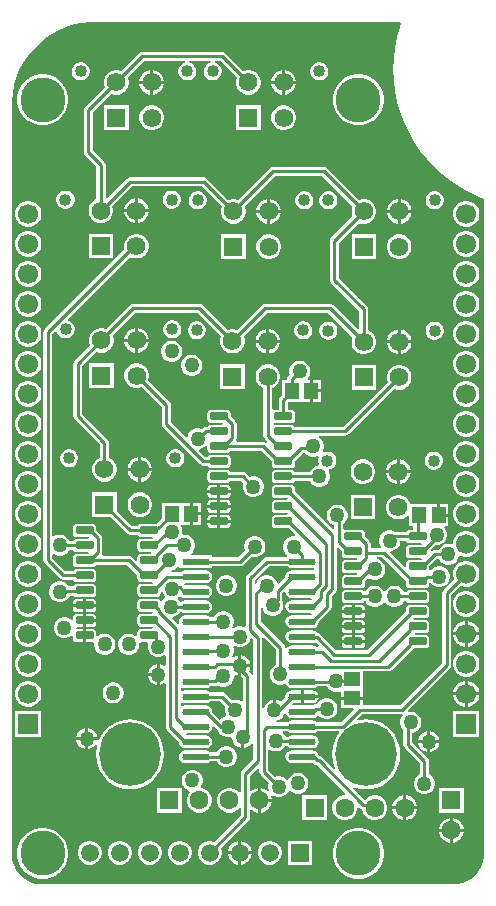
<source format=gtl>
G04*
G04 #@! TF.GenerationSoftware,Altium Limited,Altium Designer,22.7.1 (60)*
G04*
G04 Layer_Physical_Order=1*
G04 Layer_Color=255*
%FSLAX44Y44*%
%MOMM*%
G71*
G04*
G04 #@! TF.SameCoordinates,868842FB-CB56-49F4-92B6-46A9E27D1440*
G04*
G04*
G04 #@! TF.FilePolarity,Positive*
G04*
G01*
G75*
%ADD13C,0.2540*%
G04:AMPARAMS|DCode=15|XSize=0.6mm|YSize=1.45mm|CornerRadius=0.051mm|HoleSize=0mm|Usage=FLASHONLY|Rotation=90.000|XOffset=0mm|YOffset=0mm|HoleType=Round|Shape=RoundedRectangle|*
%AMROUNDEDRECTD15*
21,1,0.6000,1.3480,0,0,90.0*
21,1,0.4980,1.4500,0,0,90.0*
1,1,0.1020,0.6740,0.2490*
1,1,0.1020,0.6740,-0.2490*
1,1,0.1020,-0.6740,-0.2490*
1,1,0.1020,-0.6740,0.2490*
%
%ADD15ROUNDEDRECTD15*%
G04:AMPARAMS|DCode=16|XSize=2.3028mm|YSize=0.5821mm|CornerRadius=0.2911mm|HoleSize=0mm|Usage=FLASHONLY|Rotation=0.000|XOffset=0mm|YOffset=0mm|HoleType=Round|Shape=RoundedRectangle|*
%AMROUNDEDRECTD16*
21,1,2.3028,0.0000,0,0,0.0*
21,1,1.7207,0.5821,0,0,0.0*
1,1,0.5821,0.8603,0.0000*
1,1,0.5821,-0.8603,0.0000*
1,1,0.5821,-0.8603,0.0000*
1,1,0.5821,0.8603,0.0000*
%
%ADD16ROUNDEDRECTD16*%
%ADD17R,2.3028X0.5821*%
%ADD18R,1.3606X1.1578*%
%ADD19R,1.1578X1.3606*%
%ADD23R,1.5700X1.5700*%
%ADD24C,1.5700*%
%ADD25C,1.0200*%
%ADD28C,1.7000*%
%ADD29R,1.7000X1.7000*%
%ADD34C,1.6000*%
%ADD35R,1.6000X1.6000*%
%ADD36C,1.5000*%
%ADD37R,1.5000X1.5000*%
%ADD38O,5.2000X5.4000*%
%ADD39C,3.8100*%
%ADD40R,1.6000X1.6000*%
%ADD41C,1.2700*%
G36*
X328759Y730250D02*
X329499Y729218D01*
X328371Y725900D01*
X325931Y717041D01*
X324194Y708019D01*
X323170Y698888D01*
X322865Y689705D01*
X323282Y680526D01*
X324417Y671408D01*
X326265Y662408D01*
X328813Y653580D01*
X332046Y644980D01*
X335943Y636659D01*
X340482Y628670D01*
X345633Y621062D01*
X351366Y613881D01*
X357644Y607172D01*
X364429Y600977D01*
X371679Y595332D01*
X379350Y590275D01*
X387393Y585834D01*
X395761Y582038D01*
X400050Y580390D01*
Y26670D01*
X400112Y24106D01*
X399235Y19051D01*
X397388Y14266D01*
X394642Y9932D01*
X391105Y6217D01*
X386910Y3264D01*
X382220Y1186D01*
X377214Y63D01*
X374650Y-0D01*
X374650Y0D01*
Y0D01*
X27940D01*
X25376Y-188D01*
X20273Y445D01*
X15391Y2061D01*
X10918Y4598D01*
X7027Y7959D01*
X3865Y12015D01*
X1556Y16609D01*
X188Y21566D01*
X-0Y24130D01*
X0Y24130D01*
X-0Y659130D01*
X-31Y662593D01*
X586Y669491D01*
X1875Y676295D01*
X3826Y682941D01*
X6419Y689363D01*
X9628Y695500D01*
X13424Y701293D01*
X17769Y706686D01*
X22622Y711627D01*
X27936Y716069D01*
X33659Y719968D01*
X39738Y723288D01*
X46112Y725996D01*
X52721Y728066D01*
X59501Y729478D01*
X66387Y730219D01*
X69850Y730250D01*
X328759Y730250D01*
D02*
G37*
%LPC*%
G36*
X261186Y695980D02*
X259174D01*
X257231Y695459D01*
X255489Y694454D01*
X254067Y693031D01*
X253061Y691289D01*
X252540Y689346D01*
Y687334D01*
X253061Y685391D01*
X254067Y683649D01*
X255489Y682226D01*
X257231Y681221D01*
X259174Y680700D01*
X261186D01*
X263129Y681221D01*
X264871Y682226D01*
X266294Y683649D01*
X267299Y685391D01*
X267820Y687334D01*
Y689346D01*
X267299Y691289D01*
X266294Y693031D01*
X264871Y694454D01*
X263129Y695459D01*
X261186Y695980D01*
D02*
G37*
G36*
X59426D02*
X57414D01*
X55471Y695459D01*
X53729Y694454D01*
X52306Y693031D01*
X51301Y691289D01*
X50780Y689346D01*
Y687334D01*
X51301Y685391D01*
X52306Y683649D01*
X53729Y682226D01*
X55471Y681221D01*
X57414Y680700D01*
X59426D01*
X61369Y681221D01*
X63111Y682226D01*
X64534Y683649D01*
X65539Y685391D01*
X66060Y687334D01*
Y689346D01*
X65539Y691289D01*
X64534Y693031D01*
X63111Y694454D01*
X61369Y695459D01*
X59426Y695980D01*
D02*
G37*
G36*
X119788Y689330D02*
X119690D01*
Y680210D01*
X128810D01*
Y680308D01*
X128102Y682950D01*
X126734Y685320D01*
X124800Y687254D01*
X122430Y688622D01*
X119788Y689330D01*
D02*
G37*
G36*
X231548D02*
X231450D01*
Y680210D01*
X240570D01*
Y680308D01*
X239862Y682950D01*
X238494Y685320D01*
X236560Y687254D01*
X234190Y688622D01*
X231548Y689330D01*
D02*
G37*
G36*
X228910D02*
X228812D01*
X226170Y688622D01*
X223800Y687254D01*
X221866Y685320D01*
X220498Y682950D01*
X219790Y680308D01*
Y680210D01*
X228910D01*
Y689330D01*
D02*
G37*
G36*
X117150D02*
X117052D01*
X114410Y688622D01*
X112040Y687254D01*
X110106Y685320D01*
X108738Y682950D01*
X108030Y680308D01*
Y680210D01*
X117150D01*
Y689330D01*
D02*
G37*
G36*
X240570Y677670D02*
X231450D01*
Y668550D01*
X231548D01*
X234190Y669258D01*
X236560Y670626D01*
X238494Y672560D01*
X239862Y674930D01*
X240570Y677572D01*
Y677670D01*
D02*
G37*
G36*
X228910D02*
X219790D01*
Y677572D01*
X220498Y674930D01*
X221866Y672560D01*
X223800Y670626D01*
X226170Y669258D01*
X228812Y668550D01*
X228910D01*
Y677670D01*
D02*
G37*
G36*
X178080Y704925D02*
X110520D01*
X109033Y704629D01*
X107773Y703787D01*
X92543Y688557D01*
X92430Y688622D01*
X89788Y689330D01*
X87052D01*
X84410Y688622D01*
X82040Y687254D01*
X80106Y685320D01*
X78738Y682950D01*
X78030Y680308D01*
Y677572D01*
X78738Y674930D01*
X78803Y674817D01*
X62023Y658037D01*
X61181Y656777D01*
X60885Y655290D01*
Y619760D01*
X61181Y618273D01*
X62023Y617013D01*
X71525Y607511D01*
Y579946D01*
X71400Y579912D01*
X69030Y578544D01*
X67096Y576610D01*
X65728Y574240D01*
X65020Y571598D01*
Y568862D01*
X65728Y566220D01*
X67096Y563850D01*
X69030Y561916D01*
X71400Y560548D01*
X74042Y559840D01*
X76778D01*
X79420Y560548D01*
X81790Y561916D01*
X83724Y563850D01*
X85092Y566220D01*
X85800Y568862D01*
Y571598D01*
X85092Y574240D01*
X85027Y574353D01*
X101429Y590755D01*
X160951D01*
X177863Y573843D01*
X177798Y573730D01*
X177090Y571088D01*
Y568352D01*
X177798Y565710D01*
X179166Y563340D01*
X181100Y561406D01*
X183470Y560038D01*
X186112Y559330D01*
X188848D01*
X191490Y560038D01*
X193860Y561406D01*
X195794Y563340D01*
X197162Y565710D01*
X197870Y568352D01*
Y571088D01*
X197162Y573730D01*
X197097Y573843D01*
X222899Y599645D01*
X262551D01*
X288353Y573843D01*
X288288Y573730D01*
X287580Y571088D01*
Y568352D01*
X288288Y565710D01*
X288353Y565597D01*
X270303Y547547D01*
X269461Y546287D01*
X269165Y544800D01*
Y511810D01*
X269461Y510323D01*
X270303Y509063D01*
X294085Y485281D01*
Y470404D01*
X292815Y469878D01*
X272267Y490427D01*
X271007Y491269D01*
X269520Y491565D01*
X214630D01*
X213143Y491269D01*
X211883Y490427D01*
X190813Y469357D01*
X190700Y469422D01*
X188058Y470130D01*
X185322D01*
X182680Y469422D01*
X182567Y469357D01*
X161497Y490427D01*
X160236Y491269D01*
X158750Y491565D01*
X102900D01*
X101413Y491269D01*
X100153Y490427D01*
X79843Y470117D01*
X79730Y470182D01*
X77088Y470890D01*
X74352D01*
X71710Y470182D01*
X69340Y468814D01*
X67406Y466880D01*
X66038Y464510D01*
X65330Y461868D01*
Y459132D01*
X66038Y456490D01*
X66103Y456377D01*
X53133Y443407D01*
X52291Y442147D01*
X51995Y440660D01*
Y396240D01*
X52291Y394753D01*
X53133Y393493D01*
X74545Y372081D01*
Y360996D01*
X74420Y360962D01*
X72050Y359594D01*
X70116Y357660D01*
X68748Y355290D01*
X68040Y352648D01*
Y349912D01*
X68748Y347270D01*
X70116Y344900D01*
X72050Y342966D01*
X74420Y341598D01*
X77062Y340890D01*
X79798D01*
X82440Y341598D01*
X84810Y342966D01*
X86744Y344900D01*
X88112Y347270D01*
X88820Y349912D01*
Y352648D01*
X88112Y355290D01*
X86744Y357660D01*
X84810Y359594D01*
X82440Y360962D01*
X82315Y360996D01*
Y373690D01*
X82019Y375177D01*
X81177Y376437D01*
X59765Y397849D01*
Y439051D01*
X71597Y450883D01*
X71710Y450818D01*
X74352Y450110D01*
X77088D01*
X79730Y450818D01*
X82100Y452186D01*
X84034Y454120D01*
X85402Y456490D01*
X86110Y459132D01*
Y461868D01*
X85402Y464510D01*
X85337Y464623D01*
X104509Y483795D01*
X157141D01*
X177073Y463863D01*
X177008Y463750D01*
X176300Y461108D01*
Y458372D01*
X177008Y455730D01*
X178376Y453360D01*
X180310Y451426D01*
X182680Y450058D01*
X185322Y449350D01*
X188058D01*
X190700Y450058D01*
X193070Y451426D01*
X195004Y453360D01*
X196372Y455730D01*
X197080Y458372D01*
Y461108D01*
X196372Y463750D01*
X196307Y463863D01*
X216239Y483795D01*
X267911D01*
X288353Y463353D01*
X288288Y463240D01*
X287580Y460598D01*
Y457862D01*
X288288Y455220D01*
X289656Y452850D01*
X291590Y450916D01*
X293960Y449548D01*
X296602Y448840D01*
X299338D01*
X301980Y449548D01*
X304350Y450916D01*
X306284Y452850D01*
X307652Y455220D01*
X308360Y457862D01*
Y460598D01*
X307652Y463240D01*
X306284Y465610D01*
X304350Y467544D01*
X301980Y468912D01*
X301855Y468946D01*
Y486890D01*
X301559Y488377D01*
X300717Y489637D01*
X276935Y513419D01*
Y543191D01*
X293847Y560103D01*
X293960Y560038D01*
X296602Y559330D01*
X299338D01*
X301980Y560038D01*
X304350Y561406D01*
X306284Y563340D01*
X307652Y565710D01*
X308360Y568352D01*
Y571088D01*
X307652Y573730D01*
X306284Y576100D01*
X304350Y578034D01*
X301980Y579402D01*
X299338Y580110D01*
X296602D01*
X293960Y579402D01*
X293847Y579337D01*
X266907Y606277D01*
X265647Y607119D01*
X264160Y607415D01*
X221290D01*
X219803Y607119D01*
X218543Y606277D01*
X191603Y579337D01*
X191490Y579402D01*
X188848Y580110D01*
X186112D01*
X183470Y579402D01*
X183357Y579337D01*
X165307Y597387D01*
X164047Y598229D01*
X162560Y598525D01*
X99820D01*
X98333Y598229D01*
X97073Y597387D01*
X80565Y580878D01*
X79295Y581404D01*
Y609120D01*
X78999Y610607D01*
X78157Y611867D01*
X68655Y621369D01*
Y653681D01*
X84297Y669323D01*
X84410Y669258D01*
X87052Y668550D01*
X89788D01*
X92430Y669258D01*
X94800Y670626D01*
X96734Y672560D01*
X98102Y674930D01*
X98810Y677572D01*
Y680308D01*
X98102Y682950D01*
X98037Y683063D01*
X112129Y697155D01*
X146894D01*
X147061Y695885D01*
X145471Y695459D01*
X143729Y694454D01*
X142306Y693031D01*
X141301Y691289D01*
X140780Y689346D01*
Y687334D01*
X141301Y685391D01*
X142306Y683649D01*
X143729Y682226D01*
X145471Y681221D01*
X147414Y680700D01*
X149426D01*
X151369Y681221D01*
X153111Y682226D01*
X154534Y683649D01*
X155539Y685391D01*
X156060Y687334D01*
Y689346D01*
X155539Y691289D01*
X154534Y693031D01*
X153111Y694454D01*
X151369Y695459D01*
X149779Y695885D01*
X149946Y697155D01*
X168654D01*
X168821Y695885D01*
X167231Y695459D01*
X165489Y694454D01*
X164067Y693031D01*
X163061Y691289D01*
X162540Y689346D01*
Y687334D01*
X163061Y685391D01*
X164067Y683649D01*
X165489Y682226D01*
X167231Y681221D01*
X169174Y680700D01*
X171186D01*
X173129Y681221D01*
X174871Y682226D01*
X176294Y683649D01*
X177299Y685391D01*
X177820Y687334D01*
Y689346D01*
X177299Y691289D01*
X176294Y693031D01*
X174871Y694454D01*
X173129Y695459D01*
X171539Y695885D01*
X171706Y697155D01*
X176471D01*
X190563Y683063D01*
X190498Y682950D01*
X189790Y680308D01*
Y677572D01*
X190498Y674930D01*
X191866Y672560D01*
X193800Y670626D01*
X196170Y669258D01*
X198812Y668550D01*
X201548D01*
X204190Y669258D01*
X206560Y670626D01*
X208494Y672560D01*
X209862Y674930D01*
X210570Y677572D01*
Y680308D01*
X209862Y682950D01*
X208494Y685320D01*
X206560Y687254D01*
X204190Y688622D01*
X201548Y689330D01*
X198812D01*
X196170Y688622D01*
X196057Y688557D01*
X180827Y703787D01*
X179567Y704629D01*
X178080Y704925D01*
D02*
G37*
G36*
X128810Y677670D02*
X119690D01*
Y668550D01*
X119788D01*
X122430Y669258D01*
X124800Y670626D01*
X126734Y672560D01*
X128102Y674930D01*
X128810Y677572D01*
Y677670D01*
D02*
G37*
G36*
X117150D02*
X108030D01*
Y677572D01*
X108738Y674930D01*
X110106Y672560D01*
X112040Y670626D01*
X114410Y669258D01*
X117052Y668550D01*
X117150D01*
Y677670D01*
D02*
G37*
G36*
X295496Y685800D02*
X291244D01*
X287072Y684970D01*
X283143Y683343D01*
X279607Y680980D01*
X276600Y677973D01*
X274237Y674437D01*
X272610Y670508D01*
X271780Y666336D01*
Y662084D01*
X272610Y657912D01*
X274237Y653983D01*
X276600Y650447D01*
X279607Y647440D01*
X283143Y645077D01*
X287072Y643450D01*
X291244Y642620D01*
X295496D01*
X299668Y643450D01*
X303597Y645077D01*
X307133Y647440D01*
X310140Y650447D01*
X312503Y653983D01*
X314130Y657912D01*
X314960Y662084D01*
Y666336D01*
X314130Y670508D01*
X312503Y674437D01*
X310140Y677973D01*
X307133Y680980D01*
X303597Y683343D01*
X299668Y684970D01*
X295496Y685800D01*
D02*
G37*
G36*
X28161D02*
X23909D01*
X19737Y684970D01*
X15808Y683343D01*
X12272Y680980D01*
X9265Y677973D01*
X6902Y674437D01*
X5275Y670508D01*
X4445Y666336D01*
Y662084D01*
X5275Y657912D01*
X6902Y653983D01*
X9265Y650447D01*
X12272Y647440D01*
X15808Y645077D01*
X19737Y643450D01*
X23909Y642620D01*
X28161D01*
X32332Y643450D01*
X36262Y645077D01*
X39798Y647440D01*
X42805Y650447D01*
X45168Y653983D01*
X46795Y657912D01*
X47625Y662084D01*
Y666336D01*
X46795Y670508D01*
X45168Y674437D01*
X42805Y677973D01*
X39798Y680980D01*
X36262Y683343D01*
X32332Y684970D01*
X28161Y685800D01*
D02*
G37*
G36*
X231548Y659330D02*
X228812D01*
X226170Y658622D01*
X223800Y657254D01*
X221866Y655320D01*
X220498Y652950D01*
X219790Y650308D01*
Y647572D01*
X220498Y644930D01*
X221866Y642560D01*
X223800Y640626D01*
X226170Y639258D01*
X228812Y638550D01*
X231548D01*
X234190Y639258D01*
X236560Y640626D01*
X238494Y642560D01*
X239862Y644930D01*
X240570Y647572D01*
Y650308D01*
X239862Y652950D01*
X238494Y655320D01*
X236560Y657254D01*
X234190Y658622D01*
X231548Y659330D01*
D02*
G37*
G36*
X210570D02*
X189790D01*
Y638550D01*
X210570D01*
Y659330D01*
D02*
G37*
G36*
X119788D02*
X117052D01*
X114410Y658622D01*
X112040Y657254D01*
X110106Y655320D01*
X108738Y652950D01*
X108030Y650308D01*
Y647572D01*
X108738Y644930D01*
X110106Y642560D01*
X112040Y640626D01*
X114410Y639258D01*
X117052Y638550D01*
X119788D01*
X122430Y639258D01*
X124800Y640626D01*
X126734Y642560D01*
X128102Y644930D01*
X128810Y647572D01*
Y650308D01*
X128102Y652950D01*
X126734Y655320D01*
X124800Y657254D01*
X122430Y658622D01*
X119788Y659330D01*
D02*
G37*
G36*
X98810D02*
X78030D01*
Y638550D01*
X98810D01*
Y659330D01*
D02*
G37*
G36*
X136416Y587270D02*
X134404D01*
X132461Y586749D01*
X130719Y585743D01*
X129297Y584321D01*
X128291Y582579D01*
X127770Y580636D01*
Y578624D01*
X128291Y576681D01*
X129297Y574939D01*
X130719Y573517D01*
X132461Y572511D01*
X134404Y571990D01*
X136416D01*
X138359Y572511D01*
X140101Y573517D01*
X141524Y574939D01*
X142529Y576681D01*
X143050Y578624D01*
Y580636D01*
X142529Y582579D01*
X141524Y584321D01*
X140101Y585743D01*
X138359Y586749D01*
X136416Y587270D01*
D02*
G37*
G36*
X46416D02*
X44404D01*
X42461Y586749D01*
X40719Y585743D01*
X39297Y584321D01*
X38291Y582579D01*
X37770Y580636D01*
Y578624D01*
X38291Y576681D01*
X39297Y574939D01*
X40719Y573517D01*
X42461Y572511D01*
X44404Y571990D01*
X46416D01*
X48359Y572511D01*
X50101Y573517D01*
X51523Y574939D01*
X52529Y576681D01*
X53050Y578624D01*
Y580636D01*
X52529Y582579D01*
X51523Y584321D01*
X50101Y585743D01*
X48359Y586749D01*
X46416Y587270D01*
D02*
G37*
G36*
X106778Y580620D02*
X106680D01*
Y571500D01*
X115800D01*
Y571598D01*
X115092Y574240D01*
X113724Y576610D01*
X111790Y578544D01*
X109420Y579912D01*
X106778Y580620D01*
D02*
G37*
G36*
X104140D02*
X104042D01*
X101400Y579912D01*
X99030Y578544D01*
X97096Y576610D01*
X95728Y574240D01*
X95020Y571598D01*
Y571500D01*
X104140D01*
Y580620D01*
D02*
G37*
G36*
X358976Y586760D02*
X356964D01*
X355021Y586239D01*
X353279Y585233D01*
X351856Y583811D01*
X350851Y582069D01*
X350330Y580126D01*
Y578114D01*
X350851Y576171D01*
X351856Y574429D01*
X353279Y573007D01*
X355021Y572001D01*
X356964Y571480D01*
X358976D01*
X360919Y572001D01*
X362661Y573007D01*
X364084Y574429D01*
X365089Y576171D01*
X365610Y578114D01*
Y580126D01*
X365089Y582069D01*
X364084Y583811D01*
X362661Y585233D01*
X360919Y586239D01*
X358976Y586760D01*
D02*
G37*
G36*
X268976D02*
X266964D01*
X265021Y586239D01*
X263279Y585233D01*
X261856Y583811D01*
X260851Y582069D01*
X260330Y580126D01*
Y578114D01*
X260851Y576171D01*
X261856Y574429D01*
X263279Y573007D01*
X265021Y572001D01*
X266964Y571480D01*
X268976D01*
X270919Y572001D01*
X272661Y573007D01*
X274083Y574429D01*
X275089Y576171D01*
X275610Y578114D01*
Y580126D01*
X275089Y582069D01*
X274083Y583811D01*
X272661Y585233D01*
X270919Y586239D01*
X268976Y586760D01*
D02*
G37*
G36*
X248486D02*
X246474D01*
X244531Y586239D01*
X242789Y585233D01*
X241367Y583811D01*
X240361Y582069D01*
X239840Y580126D01*
Y578114D01*
X240361Y576171D01*
X241367Y574429D01*
X242789Y573007D01*
X244531Y572001D01*
X246474Y571480D01*
X248486D01*
X250429Y572001D01*
X252171Y573007D01*
X253594Y574429D01*
X254599Y576171D01*
X255120Y578114D01*
Y580126D01*
X254599Y582069D01*
X253594Y583811D01*
X252171Y585233D01*
X250429Y586239D01*
X248486Y586760D01*
D02*
G37*
G36*
X158486D02*
X156474D01*
X154531Y586239D01*
X152789Y585233D01*
X151367Y583811D01*
X150361Y582069D01*
X149840Y580126D01*
Y578114D01*
X150361Y576171D01*
X151367Y574429D01*
X152789Y573007D01*
X154531Y572001D01*
X156474Y571480D01*
X158486D01*
X160429Y572001D01*
X162171Y573007D01*
X163594Y574429D01*
X164599Y576171D01*
X165120Y578114D01*
Y580126D01*
X164599Y582069D01*
X163594Y583811D01*
X162171Y585233D01*
X160429Y586239D01*
X158486Y586760D01*
D02*
G37*
G36*
X218848Y580110D02*
X218750D01*
Y570990D01*
X227870D01*
Y571088D01*
X227162Y573730D01*
X225794Y576100D01*
X223860Y578034D01*
X221490Y579402D01*
X218848Y580110D01*
D02*
G37*
G36*
X329338D02*
X329240D01*
Y570990D01*
X338360D01*
Y571088D01*
X337652Y573730D01*
X336284Y576100D01*
X334350Y578034D01*
X331980Y579402D01*
X329338Y580110D01*
D02*
G37*
G36*
X326700D02*
X326602D01*
X323960Y579402D01*
X321590Y578034D01*
X319656Y576100D01*
X318288Y573730D01*
X317580Y571088D01*
Y570990D01*
X326700D01*
Y580110D01*
D02*
G37*
G36*
X216210D02*
X216112D01*
X213470Y579402D01*
X211100Y578034D01*
X209166Y576100D01*
X207798Y573730D01*
X207090Y571088D01*
Y570990D01*
X216210D01*
Y580110D01*
D02*
G37*
G36*
X115800Y568960D02*
X106680D01*
Y559840D01*
X106778D01*
X109420Y560548D01*
X111790Y561916D01*
X113724Y563850D01*
X115092Y566220D01*
X115800Y568862D01*
Y568960D01*
D02*
G37*
G36*
X104140D02*
X95020D01*
Y568862D01*
X95728Y566220D01*
X97096Y563850D01*
X99030Y561916D01*
X101400Y560548D01*
X104042Y559840D01*
X104140D01*
Y568960D01*
D02*
G37*
G36*
X338360Y568450D02*
X329240D01*
Y559330D01*
X329338D01*
X331980Y560038D01*
X334350Y561406D01*
X336284Y563340D01*
X337652Y565710D01*
X338360Y568352D01*
Y568450D01*
D02*
G37*
G36*
X326700D02*
X317580D01*
Y568352D01*
X318288Y565710D01*
X319656Y563340D01*
X321590Y561406D01*
X323960Y560038D01*
X326602Y559330D01*
X326700D01*
Y568450D01*
D02*
G37*
G36*
X227870D02*
X218750D01*
Y559330D01*
X218848D01*
X221490Y560038D01*
X223860Y561406D01*
X225794Y563340D01*
X227162Y565710D01*
X227870Y568352D01*
Y568450D01*
D02*
G37*
G36*
X216210D02*
X207090D01*
Y568352D01*
X207798Y565710D01*
X209166Y563340D01*
X211100Y561406D01*
X213470Y560038D01*
X216112Y559330D01*
X216210D01*
Y568450D01*
D02*
G37*
G36*
X386263Y578730D02*
X383357D01*
X380549Y577978D01*
X378031Y576524D01*
X375976Y574469D01*
X374522Y571951D01*
X373770Y569143D01*
Y566237D01*
X374522Y563429D01*
X375976Y560911D01*
X378031Y558856D01*
X380549Y557402D01*
X383357Y556650D01*
X386263D01*
X389071Y557402D01*
X391589Y558856D01*
X393644Y560911D01*
X395098Y563429D01*
X395850Y566237D01*
Y569143D01*
X395098Y571951D01*
X393644Y574469D01*
X391589Y576524D01*
X389071Y577978D01*
X386263Y578730D01*
D02*
G37*
G36*
X15423D02*
X12517D01*
X9709Y577978D01*
X7191Y576524D01*
X5136Y574469D01*
X3682Y571951D01*
X2930Y569143D01*
Y566237D01*
X3682Y563429D01*
X5136Y560911D01*
X7191Y558856D01*
X9709Y557402D01*
X12517Y556650D01*
X15423D01*
X18231Y557402D01*
X20749Y558856D01*
X22804Y560911D01*
X24258Y563429D01*
X25010Y566237D01*
Y569143D01*
X24258Y571951D01*
X22804Y574469D01*
X20749Y576524D01*
X18231Y577978D01*
X15423Y578730D01*
D02*
G37*
G36*
X386263Y553330D02*
X383357D01*
X380549Y552578D01*
X378031Y551124D01*
X375976Y549069D01*
X374522Y546551D01*
X373770Y543743D01*
Y540837D01*
X374522Y538029D01*
X375976Y535511D01*
X378031Y533456D01*
X380549Y532002D01*
X383357Y531250D01*
X386263D01*
X389071Y532002D01*
X391589Y533456D01*
X393644Y535511D01*
X395098Y538029D01*
X395850Y540837D01*
Y543743D01*
X395098Y546551D01*
X393644Y549069D01*
X391589Y551124D01*
X389071Y552578D01*
X386263Y553330D01*
D02*
G37*
G36*
X15423D02*
X12517D01*
X9709Y552578D01*
X7191Y551124D01*
X5136Y549069D01*
X3682Y546551D01*
X2930Y543743D01*
Y540837D01*
X3682Y538029D01*
X5136Y535511D01*
X7191Y533456D01*
X9709Y532002D01*
X12517Y531250D01*
X15423D01*
X18231Y532002D01*
X20749Y533456D01*
X22804Y535511D01*
X24258Y538029D01*
X25010Y540837D01*
Y543743D01*
X24258Y546551D01*
X22804Y549069D01*
X20749Y551124D01*
X18231Y552578D01*
X15423Y553330D01*
D02*
G37*
G36*
X329338Y550110D02*
X326602D01*
X323960Y549402D01*
X321590Y548034D01*
X319656Y546100D01*
X318288Y543730D01*
X317580Y541088D01*
Y538352D01*
X318288Y535710D01*
X319656Y533340D01*
X321590Y531406D01*
X323960Y530038D01*
X326602Y529330D01*
X329338D01*
X331980Y530038D01*
X334350Y531406D01*
X336284Y533340D01*
X337652Y535710D01*
X338360Y538352D01*
Y541088D01*
X337652Y543730D01*
X336284Y546100D01*
X334350Y548034D01*
X331980Y549402D01*
X329338Y550110D01*
D02*
G37*
G36*
X308360D02*
X287580D01*
Y529330D01*
X308360D01*
Y550110D01*
D02*
G37*
G36*
X218848D02*
X216112D01*
X213470Y549402D01*
X211100Y548034D01*
X209166Y546100D01*
X207798Y543730D01*
X207090Y541088D01*
Y538352D01*
X207798Y535710D01*
X209166Y533340D01*
X211100Y531406D01*
X213470Y530038D01*
X216112Y529330D01*
X218848D01*
X221490Y530038D01*
X223860Y531406D01*
X225794Y533340D01*
X227162Y535710D01*
X227870Y538352D01*
Y541088D01*
X227162Y543730D01*
X225794Y546100D01*
X223860Y548034D01*
X221490Y549402D01*
X218848Y550110D01*
D02*
G37*
G36*
X197870D02*
X177090D01*
Y529330D01*
X197870D01*
Y550110D01*
D02*
G37*
G36*
X106778Y550620D02*
X104042D01*
X101400Y549912D01*
X99030Y548544D01*
X97096Y546610D01*
X95728Y544240D01*
X95020Y541598D01*
Y538862D01*
X95351Y537626D01*
X86720Y528994D01*
X85800Y529870D01*
X85800Y531097D01*
Y550620D01*
X65020D01*
Y529840D01*
X84530D01*
X85770Y529840D01*
X86646Y528920D01*
X27733Y470008D01*
X26891Y468747D01*
X26595Y467261D01*
Y274595D01*
X26891Y273109D01*
X27733Y271848D01*
X40708Y258873D01*
X41969Y258031D01*
X43455Y257735D01*
X52174D01*
X52711Y256931D01*
X53720Y256257D01*
X54910Y256020D01*
X68390D01*
X69580Y256257D01*
X70589Y256931D01*
X71263Y257940D01*
X71500Y259130D01*
Y264110D01*
X71263Y265300D01*
X70589Y266309D01*
X69580Y266983D01*
X68390Y267220D01*
X54910D01*
X53720Y266983D01*
X52711Y266309D01*
X52174Y265505D01*
X45064D01*
X34365Y276204D01*
Y279043D01*
X35635Y279645D01*
X37209Y278736D01*
X39470Y278130D01*
X41810D01*
X44071Y278736D01*
X46099Y279906D01*
X47754Y281561D01*
X48663Y283135D01*
X52174D01*
X52711Y282331D01*
X53720Y281657D01*
X54910Y281420D01*
X64569D01*
X65248Y280150D01*
X65094Y279920D01*
X54910D01*
X53720Y279683D01*
X52711Y279009D01*
X52037Y278000D01*
X51800Y276810D01*
Y271830D01*
X52037Y270640D01*
X52711Y269631D01*
X53720Y268957D01*
X54910Y268720D01*
X68390D01*
X69580Y268957D01*
X70589Y269631D01*
X71126Y270435D01*
X97591D01*
X106300Y261726D01*
Y259130D01*
X106537Y257940D01*
X107211Y256931D01*
X108220Y256257D01*
X109410Y256020D01*
X119069D01*
X119748Y254750D01*
X119594Y254520D01*
X109410D01*
X108220Y254283D01*
X107211Y253609D01*
X106537Y252600D01*
X106300Y251410D01*
Y246430D01*
X106537Y245240D01*
X107211Y244231D01*
X108220Y243557D01*
X109410Y243320D01*
X122890D01*
X124080Y243557D01*
X125089Y244231D01*
X125763Y245240D01*
X126000Y246430D01*
Y247846D01*
X127270Y248013D01*
X127606Y246759D01*
X128776Y244731D01*
X129620Y243888D01*
X129411Y242301D01*
X129001Y242064D01*
X127346Y240409D01*
X127056Y239908D01*
X126366Y239904D01*
X125668Y240043D01*
X125089Y240909D01*
X124080Y241583D01*
X122890Y241820D01*
X109410D01*
X108220Y241583D01*
X107211Y240909D01*
X106537Y239900D01*
X106300Y238710D01*
Y233730D01*
X106537Y232540D01*
X107211Y231531D01*
X108220Y230857D01*
X109410Y230620D01*
X119031D01*
X119140Y230390D01*
X118336Y229120D01*
X109410D01*
X108220Y228883D01*
X107211Y228209D01*
X106537Y227200D01*
X106300Y226010D01*
Y221030D01*
X106537Y219840D01*
X107211Y218831D01*
X108220Y218157D01*
X109410Y217920D01*
X119594D01*
X119748Y217690D01*
X119069Y216420D01*
X109410D01*
X108220Y216183D01*
X107211Y215509D01*
X106537Y214500D01*
X106300Y213310D01*
Y210328D01*
X105030Y209802D01*
X104519Y210314D01*
X102491Y211484D01*
X100230Y212090D01*
X97890D01*
X95629Y211484D01*
X93601Y210314D01*
X91946Y208659D01*
X90776Y206631D01*
X90170Y204370D01*
Y202030D01*
X90776Y199769D01*
X91946Y197741D01*
X93601Y196086D01*
X95629Y194916D01*
X97890Y194310D01*
X100230D01*
X102491Y194916D01*
X104519Y196086D01*
X106174Y197741D01*
X107344Y199769D01*
X107950Y202030D01*
Y204226D01*
X108086Y204489D01*
X109016Y205299D01*
X109410Y205220D01*
X114700D01*
X115565Y203950D01*
X115152Y202410D01*
Y200070D01*
X115758Y197809D01*
X116928Y195781D01*
X118583Y194126D01*
X120611Y192956D01*
X122872Y192350D01*
X125212D01*
X127473Y192956D01*
X129047Y193864D01*
X130317Y193263D01*
Y185406D01*
X129047Y184804D01*
X127474Y185713D01*
X125312Y186292D01*
Y177428D01*
Y168565D01*
X127474Y169144D01*
X129047Y170053D01*
X130317Y169452D01*
Y133350D01*
X130613Y131863D01*
X131455Y130603D01*
X141355Y120703D01*
X141344Y120650D01*
X141767Y118523D01*
X142972Y116720D01*
X144775Y115516D01*
X146902Y115093D01*
X164108D01*
X166235Y115516D01*
X168038Y116720D01*
X169243Y118523D01*
X169666Y120650D01*
X169243Y122777D01*
X168038Y124580D01*
X166235Y125784D01*
X164108Y126207D01*
X147495D01*
X147216Y126523D01*
X147446Y127273D01*
X147959Y127793D01*
X164108D01*
X166235Y128216D01*
X168038Y129420D01*
X169243Y131223D01*
X169641Y133227D01*
X170750Y133915D01*
X174062Y130603D01*
X174489Y130317D01*
X174596Y129919D01*
X175766Y127891D01*
X177421Y126236D01*
X179449Y125066D01*
X181710Y124460D01*
X184050D01*
X185420Y124827D01*
X186690Y123877D01*
Y123290D01*
X187296Y121029D01*
X188466Y119001D01*
X190121Y117346D01*
X192149Y116176D01*
X194310Y115597D01*
Y124460D01*
X196850D01*
Y115597D01*
X199011Y116176D01*
X201039Y117346D01*
X202694Y119001D01*
X203125Y119749D01*
X204395Y119409D01*
Y105749D01*
X194993Y96347D01*
X194151Y95087D01*
X193855Y93600D01*
Y77843D01*
X192629Y77515D01*
X192584Y77592D01*
X190622Y79554D01*
X188218Y80942D01*
X185538Y81660D01*
X182762D01*
X180082Y80942D01*
X177678Y79554D01*
X175716Y77592D01*
X174328Y75188D01*
X173610Y72508D01*
Y69732D01*
X174328Y67052D01*
X175716Y64648D01*
X177678Y62686D01*
X180082Y61298D01*
X182762Y60580D01*
X185538D01*
X188218Y61298D01*
X190622Y62686D01*
X192584Y64648D01*
X192629Y64725D01*
X193855Y64397D01*
Y58379D01*
X171505Y36029D01*
X168962Y36710D01*
X166318D01*
X163765Y36026D01*
X161475Y34704D01*
X159606Y32835D01*
X158284Y30545D01*
X157600Y27992D01*
Y25348D01*
X158284Y22795D01*
X159606Y20505D01*
X161475Y18636D01*
X163765Y17314D01*
X166318Y16630D01*
X168962D01*
X171515Y17314D01*
X173805Y18636D01*
X175674Y20505D01*
X176996Y22795D01*
X177680Y25348D01*
Y27992D01*
X176999Y30535D01*
X200487Y54023D01*
X201329Y55283D01*
X201625Y56770D01*
Y62480D01*
X202798Y62966D01*
X203078Y62686D01*
X205482Y61298D01*
X208162Y60580D01*
X208280D01*
Y71120D01*
Y81660D01*
X208162D01*
X205482Y80942D01*
X203078Y79554D01*
X202798Y79274D01*
X201625Y79760D01*
Y91991D01*
X208302Y98668D01*
X209475Y98182D01*
Y95250D01*
X209771Y93763D01*
X210613Y92503D01*
X217640Y85476D01*
X217170Y83720D01*
Y81380D01*
X217601Y79771D01*
X216462Y79113D01*
X216022Y79554D01*
X213618Y80942D01*
X210938Y81660D01*
X210820D01*
Y72390D01*
X220090D01*
Y72508D01*
X219488Y74753D01*
X220542Y75400D01*
X220623Y75423D01*
X222629Y74266D01*
X224890Y73660D01*
X227230D01*
X229491Y74266D01*
X231519Y75436D01*
X233174Y77091D01*
X234344Y79119D01*
X234345Y79123D01*
X235762Y79503D01*
X236795Y78470D01*
X238822Y77299D01*
X241083Y76693D01*
X243424D01*
X245685Y77299D01*
X247712Y78470D01*
X249368Y80125D01*
X250538Y82152D01*
X251144Y84413D01*
Y86754D01*
X250538Y89015D01*
X249368Y91042D01*
X247712Y92697D01*
X245685Y93868D01*
X243424Y94473D01*
X241083D01*
X238822Y93868D01*
X236795Y92697D01*
X235140Y91042D01*
X233970Y89015D01*
X233968Y89010D01*
X232552Y88631D01*
X231519Y89664D01*
X229491Y90834D01*
X227230Y91440D01*
X224890D01*
X223134Y90970D01*
X217245Y96859D01*
Y113389D01*
X218515Y113990D01*
X220089Y113081D01*
X222350Y112475D01*
X224690D01*
X226951Y113081D01*
X228979Y114252D01*
X230634Y115907D01*
X231336Y117123D01*
X233013D01*
X233282Y116720D01*
X235085Y115516D01*
X237212Y115093D01*
X254418D01*
X256545Y115516D01*
X258348Y116720D01*
X259553Y118523D01*
X259976Y120650D01*
X259553Y122777D01*
X258348Y124580D01*
X256545Y125784D01*
X254418Y126207D01*
X237212D01*
X235085Y125784D01*
X233750Y124892D01*
X231749D01*
X230634Y126824D01*
X229262Y128195D01*
X229664Y129465D01*
X233252D01*
X233282Y129420D01*
X235085Y128216D01*
X237212Y127793D01*
X254418D01*
X256545Y128216D01*
X258348Y129420D01*
X258378Y129465D01*
X276722D01*
X277253Y128312D01*
X276839Y127827D01*
X274492Y123997D01*
X272773Y119847D01*
X271724Y115478D01*
X271372Y111000D01*
Y109000D01*
X271724Y104522D01*
X272773Y100153D01*
X273573Y98221D01*
X272497Y97501D01*
X262469Y107529D01*
X261209Y108371D01*
X260173Y108577D01*
X259771Y108979D01*
X259553Y110077D01*
X258348Y111880D01*
X256545Y113084D01*
X254418Y113507D01*
X237212D01*
X235085Y113084D01*
X233282Y111880D01*
X232077Y110077D01*
X231654Y107950D01*
X232077Y105823D01*
X233282Y104020D01*
X235085Y102816D01*
X237212Y102393D01*
X254418D01*
X255212Y102550D01*
X255727Y102035D01*
X256987Y101193D01*
X258023Y100987D01*
X282431Y76580D01*
X281905Y75310D01*
X280552D01*
X277872Y74592D01*
X275468Y73204D01*
X273506Y71242D01*
X272118Y68838D01*
X271400Y66158D01*
Y63382D01*
X272118Y60702D01*
X273506Y58298D01*
X275468Y56336D01*
X277872Y54948D01*
X280552Y54230D01*
X283328D01*
X286008Y54948D01*
X288412Y56336D01*
X290374Y58298D01*
X291762Y60702D01*
X292480Y63382D01*
Y64735D01*
X293750Y65261D01*
X294412Y64599D01*
X295672Y63756D01*
X296800Y63532D01*
Y63382D01*
X297518Y60702D01*
X298906Y58298D01*
X300868Y56336D01*
X303272Y54948D01*
X305952Y54230D01*
X308728D01*
X311408Y54948D01*
X313812Y56336D01*
X315774Y58298D01*
X317162Y60702D01*
X317880Y63382D01*
Y66158D01*
X317162Y68838D01*
X315774Y71242D01*
X313812Y73204D01*
X311408Y74592D01*
X308728Y75310D01*
X305952D01*
X303272Y74592D01*
X300868Y73204D01*
X298906Y71242D01*
X297984Y72014D01*
X288501Y81497D01*
X289221Y82573D01*
X291153Y81773D01*
X295522Y80724D01*
X300000Y80372D01*
X304478Y80724D01*
X308847Y81773D01*
X312997Y83492D01*
X316827Y85839D01*
X320243Y88757D01*
X323161Y92173D01*
X325508Y96003D01*
X327227Y100153D01*
X328276Y104522D01*
X328628Y109000D01*
Y111000D01*
X328276Y115478D01*
X327227Y119847D01*
X325508Y123997D01*
X323161Y127827D01*
X320243Y131243D01*
X316827Y134161D01*
X312997Y136508D01*
X308847Y138227D01*
X304478Y139276D01*
X300000Y139628D01*
X295522Y139276D01*
X292740Y138608D01*
X292095Y139759D01*
X296299Y143963D01*
X330254D01*
X330818Y142730D01*
X330706Y142619D01*
X329536Y140591D01*
X328930Y138330D01*
Y135990D01*
X329536Y133729D01*
X330706Y131701D01*
X331395Y131012D01*
Y118215D01*
X331691Y116728D01*
X332533Y115468D01*
X345365Y102636D01*
Y93112D01*
X343791Y92204D01*
X342136Y90549D01*
X340966Y88521D01*
X340360Y86260D01*
Y83920D01*
X340966Y81659D01*
X342136Y79631D01*
X343791Y77976D01*
X345819Y76806D01*
X348080Y76200D01*
X350420D01*
X352681Y76806D01*
X354709Y77976D01*
X356364Y79631D01*
X357534Y81659D01*
X358140Y83920D01*
Y86260D01*
X357534Y88521D01*
X356364Y90549D01*
X354709Y92204D01*
X353135Y93112D01*
Y104245D01*
X352839Y105731D01*
X351997Y106992D01*
X339165Y119824D01*
Y128317D01*
X341251Y128876D01*
X343279Y130046D01*
X344934Y131701D01*
X346104Y133729D01*
X346710Y135990D01*
Y138330D01*
X346104Y140591D01*
X344934Y142619D01*
X343279Y144274D01*
X341251Y145444D01*
X338990Y146050D01*
X336650D01*
X336062Y145893D01*
X335405Y147031D01*
X371047Y182673D01*
X371889Y183933D01*
X372185Y185420D01*
Y244771D01*
X380211Y252797D01*
X380549Y252602D01*
X383357Y251850D01*
X386263D01*
X389071Y252602D01*
X391589Y254056D01*
X393644Y256111D01*
X395098Y258629D01*
X395850Y261437D01*
Y264343D01*
X395098Y267151D01*
X393644Y269669D01*
X391589Y271724D01*
X389071Y273178D01*
X386263Y273930D01*
X383357D01*
X380549Y273178D01*
X378031Y271724D01*
X375976Y269669D01*
X374522Y267151D01*
X373770Y264343D01*
Y261437D01*
X374522Y258629D01*
X374717Y258291D01*
X365553Y249127D01*
X364711Y247867D01*
X364415Y246380D01*
Y187029D01*
X329118Y151732D01*
X297633D01*
Y156176D01*
X288290D01*
X278947D01*
Y149117D01*
X288807D01*
X289293Y147944D01*
X278583Y137235D01*
X258378D01*
X258348Y137280D01*
X256545Y138484D01*
X254418Y138907D01*
X237212D01*
X235085Y138484D01*
X233282Y137280D01*
X233252Y137235D01*
X223866D01*
X223699Y138505D01*
X225681Y139036D01*
X227709Y140206D01*
X229364Y141861D01*
X230534Y143889D01*
X230681Y144435D01*
X231984Y144392D01*
X232077Y143923D01*
X233282Y142120D01*
X235085Y140916D01*
X237212Y140493D01*
X254418D01*
X256545Y140916D01*
X258348Y142120D01*
X258587Y142478D01*
X260165Y142553D01*
X261241Y141476D01*
X263269Y140306D01*
X265530Y139700D01*
X267870D01*
X270131Y140306D01*
X272159Y141476D01*
X273814Y143131D01*
X274984Y145159D01*
X275590Y147420D01*
Y149760D01*
X274984Y152021D01*
X273814Y154049D01*
X272159Y155704D01*
X270131Y156874D01*
X267870Y157480D01*
X265530D01*
X263269Y156874D01*
X261241Y155704D01*
X259586Y154049D01*
X258678Y152475D01*
X257422D01*
X255935Y152179D01*
X254928Y151506D01*
X254418Y151607D01*
X238269D01*
X237757Y152126D01*
X237526Y152877D01*
X237805Y153193D01*
X244545D01*
Y158750D01*
Y164307D01*
X237212D01*
X235085Y163884D01*
X233282Y162680D01*
X232077Y160877D01*
X231654Y158750D01*
X231665Y158697D01*
X227514Y154546D01*
X225681Y155604D01*
X223520Y156183D01*
Y147320D01*
X220980D01*
Y156183D01*
X218819Y155604D01*
X216791Y154434D01*
X215136Y152779D01*
X213966Y150751D01*
X213435Y148769D01*
X212165Y148936D01*
Y208172D01*
X213421Y208712D01*
X223381Y198752D01*
Y185823D01*
X221807Y184914D01*
X220151Y183259D01*
X218981Y181231D01*
X218375Y178970D01*
Y176630D01*
X218981Y174369D01*
X220151Y172341D01*
X221807Y170686D01*
X223834Y169516D01*
X226095Y168910D01*
X228436D01*
X230697Y169516D01*
X231117Y169758D01*
X232077Y169323D01*
X233282Y167520D01*
X235085Y166316D01*
X237212Y165893D01*
X254418D01*
X256545Y166316D01*
X258348Y167520D01*
X258462Y167691D01*
X266461D01*
X267297Y166243D01*
X268952Y164588D01*
X270979Y163417D01*
X273240Y162811D01*
X275581D01*
X277677Y163373D01*
X278701Y162927D01*
X278947Y162785D01*
Y158716D01*
X288290D01*
X297633D01*
Y165661D01*
Y180265D01*
X318770D01*
X320257Y180561D01*
X321517Y181403D01*
X340247Y200133D01*
X340252Y200140D01*
X350220D01*
X351410Y200377D01*
X352419Y201051D01*
X353093Y202060D01*
X353330Y203250D01*
Y208230D01*
X353093Y209420D01*
X352419Y210429D01*
X351410Y211103D01*
X350220Y211340D01*
X341691D01*
X341012Y212610D01*
X341166Y212840D01*
X350220D01*
X351410Y213077D01*
X352419Y213751D01*
X353093Y214760D01*
X353330Y215950D01*
Y220930D01*
X353093Y222120D01*
X352419Y223129D01*
X351410Y223803D01*
X350220Y224040D01*
X340561D01*
X339882Y225310D01*
X340036Y225540D01*
X350220D01*
X351410Y225777D01*
X352419Y226451D01*
X353093Y227460D01*
X353330Y228650D01*
Y233630D01*
X353093Y234820D01*
X352419Y235829D01*
X351410Y236503D01*
X350220Y236740D01*
X336740D01*
X335550Y236503D01*
X334541Y235829D01*
X333867Y234820D01*
X333630Y233630D01*
Y231034D01*
X300791Y198195D01*
X274659D01*
X261073Y211780D01*
X259813Y212623D01*
X258784Y212827D01*
X258348Y213480D01*
X256545Y214684D01*
X254418Y215107D01*
X237212D01*
X235085Y214684D01*
X233282Y213480D01*
X232077Y211677D01*
X231654Y209550D01*
X232077Y207423D01*
X233282Y205620D01*
X235085Y204416D01*
X237212Y203993D01*
X254418D01*
X256545Y204416D01*
X257088Y204778D01*
X259647Y202219D01*
X259183Y200959D01*
X258299Y200812D01*
X256545Y201984D01*
X254418Y202407D01*
X237212D01*
X235085Y201984D01*
X233282Y200780D01*
X232420Y199489D01*
X231150Y199875D01*
Y200361D01*
X230854Y201848D01*
X230012Y203108D01*
X210895Y222225D01*
Y234604D01*
X212165Y234771D01*
X212696Y232789D01*
X213866Y230761D01*
X215521Y229106D01*
X217549Y227936D01*
X219810Y227330D01*
X222150D01*
X224411Y227936D01*
X226439Y229106D01*
X228094Y230761D01*
X229264Y232789D01*
X229870Y235050D01*
Y237390D01*
X229264Y239651D01*
X228902Y240279D01*
X228961Y240577D01*
Y246606D01*
X230570Y248215D01*
X231679Y247527D01*
X232077Y245523D01*
X233282Y243720D01*
X235085Y242516D01*
X237212Y242093D01*
X253361D01*
X253873Y241574D01*
X254104Y240823D01*
X253825Y240507D01*
X237212D01*
X235085Y240084D01*
X233282Y238880D01*
X232077Y237077D01*
X231654Y234950D01*
X232077Y232823D01*
X233282Y231020D01*
X235085Y229816D01*
X237212Y229393D01*
X253361D01*
X253873Y228874D01*
X254104Y228123D01*
X253825Y227807D01*
X237212D01*
X235085Y227384D01*
X233282Y226180D01*
X232077Y224377D01*
X231654Y222250D01*
X232077Y220123D01*
X233282Y218320D01*
X235085Y217116D01*
X237212Y216693D01*
X254418D01*
X256545Y217116D01*
X258348Y218320D01*
X259553Y220123D01*
X259976Y222250D01*
X259965Y222303D01*
X269637Y231975D01*
X270479Y233236D01*
X270775Y234722D01*
Y244145D01*
X274046Y247415D01*
X274888Y248676D01*
X275184Y250162D01*
Y284333D01*
X276357Y284819D01*
X279130Y282046D01*
Y279450D01*
X279367Y278260D01*
X280041Y277251D01*
X281050Y276577D01*
X282240Y276340D01*
X291899D01*
X292578Y275070D01*
X292424Y274840D01*
X282240D01*
X281050Y274603D01*
X280041Y273929D01*
X279367Y272920D01*
X279130Y271730D01*
Y266750D01*
X279367Y265560D01*
X280041Y264551D01*
X281050Y263877D01*
X282240Y263640D01*
X291899D01*
X292578Y262370D01*
X292424Y262140D01*
X282240D01*
X281050Y261903D01*
X280041Y261229D01*
X279367Y260220D01*
X279130Y259030D01*
Y254050D01*
X279367Y252860D01*
X280041Y251851D01*
X281050Y251177D01*
X282240Y250940D01*
X295720D01*
X296910Y251177D01*
X297919Y251851D01*
X298593Y252860D01*
X298830Y254050D01*
Y256646D01*
X301826Y259642D01*
X301881Y259586D01*
X303909Y258416D01*
X306170Y257810D01*
X308510D01*
X310771Y258416D01*
X312799Y259586D01*
X314454Y261241D01*
X315624Y263269D01*
X316230Y265530D01*
Y267870D01*
X315624Y270131D01*
X314454Y272159D01*
X312799Y273814D01*
X310771Y274984D01*
X308789Y275515D01*
X308956Y276785D01*
X313491D01*
X333630Y256646D01*
Y254050D01*
X333867Y252860D01*
X334541Y251851D01*
X335550Y251177D01*
X336740Y250940D01*
X350220D01*
X351410Y251177D01*
X352419Y251851D01*
X353093Y252860D01*
X353330Y254050D01*
Y254961D01*
X354600Y255301D01*
X354836Y254891D01*
X356491Y253236D01*
X358519Y252066D01*
X360780Y251460D01*
X363120D01*
X365381Y252066D01*
X367409Y253236D01*
X369064Y254891D01*
X370234Y256919D01*
X370840Y259180D01*
Y261520D01*
X370234Y263781D01*
X369064Y265809D01*
X367409Y267464D01*
X365381Y268634D01*
X363120Y269240D01*
X360780D01*
X358519Y268634D01*
X356491Y267464D01*
X354836Y265809D01*
X354575Y265357D01*
X354348Y265360D01*
X353309Y266647D01*
X353330Y266750D01*
Y269346D01*
X359499Y275515D01*
X361548D01*
X362456Y273941D01*
X364111Y272286D01*
X366139Y271116D01*
X368400Y270510D01*
X370740D01*
X373001Y271116D01*
X375029Y272286D01*
X376684Y273941D01*
X377854Y275969D01*
X378347Y277807D01*
X379601Y278549D01*
X380549Y278002D01*
X383357Y277250D01*
X386263D01*
X389071Y278002D01*
X391589Y279456D01*
X393644Y281511D01*
X395098Y284029D01*
X395850Y286837D01*
Y289743D01*
X395098Y292551D01*
X393644Y295069D01*
X391589Y297124D01*
X389071Y298578D01*
X386263Y299330D01*
X383357D01*
X380549Y298578D01*
X378031Y297124D01*
X375976Y295069D01*
X374522Y292551D01*
X373770Y289743D01*
Y288573D01*
X372500Y287819D01*
X370740Y288290D01*
X368400D01*
X366139Y287684D01*
X364111Y286514D01*
X362456Y284859D01*
X361548Y283285D01*
X357890D01*
X356403Y282989D01*
X355395Y282315D01*
X354585Y283302D01*
X358335Y287051D01*
X358450Y287020D01*
X360790D01*
X363051Y287626D01*
X365079Y288796D01*
X366734Y290451D01*
X367904Y292479D01*
X368510Y294740D01*
Y297080D01*
X367904Y299341D01*
X366734Y301369D01*
X366296Y301807D01*
X366822Y303077D01*
X369661D01*
Y311150D01*
X361332D01*
Y312420D01*
X360062D01*
Y321763D01*
X337263D01*
X336862Y323260D01*
X335494Y325630D01*
X333560Y327564D01*
X331190Y328932D01*
X328548Y329640D01*
X325812D01*
X323170Y328932D01*
X320800Y327564D01*
X318866Y325630D01*
X317498Y323260D01*
X316790Y320618D01*
Y317882D01*
X317498Y315240D01*
X318866Y312870D01*
X320800Y310936D01*
X323170Y309568D01*
X325812Y308860D01*
X328548D01*
X331190Y309568D01*
X333560Y310936D01*
X335189Y312566D01*
X336459Y312135D01*
Y303077D01*
X339595D01*
Y300240D01*
X336740D01*
X335550Y300003D01*
X334541Y299329D01*
X334004Y298525D01*
X324492D01*
X323471Y299114D01*
X321210Y299720D01*
X318870D01*
X316609Y299114D01*
X314581Y297944D01*
X312926Y296289D01*
X311756Y294261D01*
X311150Y292000D01*
Y289660D01*
X311756Y287399D01*
X312665Y285825D01*
X312063Y284555D01*
X303925D01*
Y287830D01*
X303629Y289317D01*
X302787Y290577D01*
X298830Y294534D01*
Y297130D01*
X298593Y298320D01*
X297919Y299329D01*
X296910Y300003D01*
X295720Y300240D01*
X282240D01*
X282015Y300195D01*
X280745Y301210D01*
Y305264D01*
X280819Y305306D01*
X282474Y306961D01*
X283644Y308989D01*
X284250Y311250D01*
Y313590D01*
X283644Y315851D01*
X282474Y317879D01*
X280819Y319534D01*
X278791Y320704D01*
X276530Y321310D01*
X274190D01*
X271929Y320704D01*
X269901Y319534D01*
X268246Y317879D01*
X267076Y315851D01*
X266470Y313590D01*
Y311250D01*
X267076Y308989D01*
X268246Y306961D01*
X269901Y305306D01*
X271929Y304136D01*
X272975Y303855D01*
Y301038D01*
X271802Y300552D01*
X239720Y332634D01*
Y335230D01*
X239483Y336420D01*
X238809Y337429D01*
X237800Y338103D01*
X236610Y338340D01*
X223130D01*
X221940Y338103D01*
X220931Y337429D01*
X220257Y336420D01*
X220020Y335230D01*
Y330250D01*
X220257Y329060D01*
X220931Y328051D01*
X221940Y327377D01*
X223130Y327140D01*
X233314D01*
X233468Y326910D01*
X232789Y325640D01*
X223130D01*
X221940Y325403D01*
X220931Y324729D01*
X220257Y323720D01*
X220020Y322530D01*
Y317550D01*
X220257Y316360D01*
X220931Y315351D01*
X221940Y314677D01*
X223130Y314440D01*
X233314D01*
X233468Y314210D01*
X232789Y312940D01*
X223130D01*
X221940Y312703D01*
X220931Y312029D01*
X220257Y311020D01*
X220020Y309830D01*
Y304850D01*
X220257Y303660D01*
X220931Y302651D01*
X221940Y301977D01*
X223130Y301740D01*
X234226D01*
X240145Y295821D01*
X239530Y294640D01*
X237590D01*
X235329Y294034D01*
X233301Y292864D01*
X231646Y291209D01*
X230476Y289181D01*
X229870Y286920D01*
Y284580D01*
X230476Y282319D01*
X231646Y280291D01*
X232893Y279044D01*
X232999Y277657D01*
X232917Y277392D01*
X232456Y276935D01*
X215900D01*
X214413Y276639D01*
X213153Y275797D01*
X199183Y261827D01*
X198341Y260567D01*
X198045Y259080D01*
Y218195D01*
X196945Y217560D01*
X196471Y217834D01*
X194210Y218440D01*
X191870D01*
X189609Y217834D01*
X187581Y216664D01*
X187570Y216652D01*
X186554Y217432D01*
X187354Y218819D01*
X187960Y221080D01*
Y223420D01*
X187354Y225681D01*
X186184Y227709D01*
X184529Y229364D01*
X182501Y230534D01*
X180240Y231140D01*
X177900D01*
X175639Y230534D01*
X173611Y229364D01*
X171956Y227709D01*
X171047Y226135D01*
X168068D01*
X168038Y226180D01*
X166235Y227384D01*
X164108Y227807D01*
X146902D01*
X144775Y227384D01*
X142972Y226180D01*
X141767Y224377D01*
X141344Y222250D01*
X141658Y220672D01*
X140488Y220047D01*
X135662Y224872D01*
X136135Y226196D01*
X137891Y226666D01*
X139918Y227836D01*
X141573Y229491D01*
X142012Y230251D01*
X142086Y230310D01*
X143604Y230598D01*
X144775Y229816D01*
X146902Y229393D01*
X164108D01*
X166235Y229816D01*
X168038Y231020D01*
X169243Y232823D01*
X169666Y234950D01*
X169243Y237077D01*
X168038Y238880D01*
X166235Y240084D01*
X164108Y240507D01*
X146902D01*
X144775Y240084D01*
X143604Y239302D01*
X142086Y239590D01*
X142012Y239649D01*
X141573Y240409D01*
X140729Y241252D01*
X140938Y242839D01*
X141349Y243076D01*
X142080Y243808D01*
X142972Y243720D01*
X144775Y242516D01*
X146902Y242093D01*
X164108D01*
X166235Y242516D01*
X168038Y243720D01*
X169243Y245523D01*
X169666Y247650D01*
X169243Y249777D01*
X168038Y251580D01*
X166235Y252784D01*
X164108Y253207D01*
X146902D01*
X146334Y253095D01*
X145761Y253725D01*
X146419Y254889D01*
X146902Y254793D01*
X164108D01*
X166235Y255216D01*
X168038Y256420D01*
X169243Y258223D01*
X169666Y260350D01*
X169243Y262477D01*
X168038Y264280D01*
X166235Y265484D01*
X164108Y265907D01*
X146902D01*
X144775Y265484D01*
X142972Y264280D01*
X142942Y264235D01*
X134853D01*
X134686Y265505D01*
X136560Y266007D01*
X138588Y267177D01*
X140181Y268771D01*
X140461Y268752D01*
X141451Y268386D01*
Y267599D01*
X169559D01*
Y269165D01*
X193040D01*
X194527Y269461D01*
X195787Y270303D01*
X202814Y277330D01*
X204570Y276860D01*
X206910D01*
X209171Y277466D01*
X211199Y278636D01*
X212854Y280291D01*
X214024Y282319D01*
X214630Y284580D01*
Y286920D01*
X214024Y289181D01*
X212854Y291209D01*
X211199Y292864D01*
X209171Y294034D01*
X206910Y294640D01*
X204570D01*
X202309Y294034D01*
X200281Y292864D01*
X198626Y291209D01*
X197456Y289181D01*
X196850Y286920D01*
Y284580D01*
X197320Y282824D01*
X191431Y276935D01*
X169559D01*
Y278501D01*
X151614D01*
X151274Y279771D01*
X151509Y279906D01*
X153164Y281561D01*
X154334Y283589D01*
X154940Y285850D01*
Y288190D01*
X154334Y290451D01*
X153164Y292479D01*
X151509Y294134D01*
X149481Y295304D01*
X147220Y295910D01*
X145437D01*
X144549Y296672D01*
X144368Y297088D01*
Y299167D01*
X143762Y301428D01*
X142810Y303077D01*
X143357Y304347D01*
X150512D01*
Y313690D01*
Y323033D01*
X126909D01*
Y309841D01*
X122403Y305335D01*
X117880D01*
X117805Y305320D01*
X109410D01*
X108220Y305083D01*
X107211Y304409D01*
X106674Y303605D01*
X101599D01*
X88820Y316384D01*
Y331670D01*
X68040D01*
Y310890D01*
X83326D01*
X97243Y296973D01*
X98503Y296131D01*
X99990Y295835D01*
X106674D01*
X107211Y295031D01*
X108220Y294357D01*
X109410Y294120D01*
X119069D01*
X119748Y292850D01*
X119594Y292620D01*
X109410D01*
X108220Y292383D01*
X107211Y291709D01*
X106537Y290700D01*
X106300Y289510D01*
Y284530D01*
X106537Y283340D01*
X107211Y282331D01*
X108220Y281657D01*
X109410Y281420D01*
X117465D01*
X118115Y280150D01*
X117949Y279920D01*
X109410D01*
X108220Y279683D01*
X107211Y279009D01*
X106537Y278000D01*
X106300Y276810D01*
Y274373D01*
X105127Y273887D01*
X101947Y277067D01*
X100687Y277909D01*
X99200Y278205D01*
X76865D01*
X76186Y279475D01*
X76299Y279643D01*
X76595Y281130D01*
Y292910D01*
X76299Y294397D01*
X75457Y295657D01*
X71500Y299614D01*
Y302210D01*
X71263Y303400D01*
X70589Y304409D01*
X69580Y305083D01*
X68390Y305320D01*
X54910D01*
X53720Y305083D01*
X52711Y304409D01*
X52037Y303400D01*
X51800Y302210D01*
Y297230D01*
X52037Y296040D01*
X52711Y295031D01*
X53720Y294357D01*
X54910Y294120D01*
X65094D01*
X65248Y293890D01*
X64569Y292620D01*
X54910D01*
X53720Y292383D01*
X52711Y291709D01*
X52174Y290905D01*
X48663D01*
X47754Y292479D01*
X46099Y294134D01*
X44071Y295304D01*
X41810Y295910D01*
X39470D01*
X37209Y295304D01*
X35635Y294395D01*
X34365Y294997D01*
Y465652D01*
X36943Y468230D01*
X38360Y467851D01*
X38601Y466951D01*
X39606Y465209D01*
X41029Y463787D01*
X42771Y462781D01*
X44714Y462260D01*
X46726D01*
X48669Y462781D01*
X50411Y463787D01*
X51834Y465209D01*
X52839Y466951D01*
X53360Y468894D01*
Y470906D01*
X52839Y472849D01*
X51834Y474591D01*
X50411Y476013D01*
X48669Y477019D01*
X47769Y477260D01*
X47390Y478677D01*
X100044Y531331D01*
X101400Y530548D01*
X104042Y529840D01*
X106778D01*
X109420Y530548D01*
X111790Y531916D01*
X113724Y533850D01*
X115092Y536220D01*
X115800Y538862D01*
Y541598D01*
X115092Y544240D01*
X113724Y546610D01*
X111790Y548544D01*
X109420Y549912D01*
X106778Y550620D01*
D02*
G37*
G36*
X386263Y527930D02*
X383357D01*
X380549Y527178D01*
X378031Y525724D01*
X375976Y523669D01*
X374522Y521151D01*
X373770Y518343D01*
Y515437D01*
X374522Y512629D01*
X375976Y510111D01*
X378031Y508056D01*
X380549Y506602D01*
X383357Y505850D01*
X386263D01*
X389071Y506602D01*
X391589Y508056D01*
X393644Y510111D01*
X395098Y512629D01*
X395850Y515437D01*
Y518343D01*
X395098Y521151D01*
X393644Y523669D01*
X391589Y525724D01*
X389071Y527178D01*
X386263Y527930D01*
D02*
G37*
G36*
X15423D02*
X12517D01*
X9709Y527178D01*
X7191Y525724D01*
X5136Y523669D01*
X3682Y521151D01*
X2930Y518343D01*
Y515437D01*
X3682Y512629D01*
X5136Y510111D01*
X7191Y508056D01*
X9709Y506602D01*
X12517Y505850D01*
X15423D01*
X18231Y506602D01*
X20749Y508056D01*
X22804Y510111D01*
X24258Y512629D01*
X25010Y515437D01*
Y518343D01*
X24258Y521151D01*
X22804Y523669D01*
X20749Y525724D01*
X18231Y527178D01*
X15423Y527930D01*
D02*
G37*
G36*
X386263Y502530D02*
X383357D01*
X380549Y501778D01*
X378031Y500324D01*
X375976Y498269D01*
X374522Y495751D01*
X373770Y492943D01*
Y490037D01*
X374522Y487229D01*
X375976Y484711D01*
X378031Y482656D01*
X380549Y481202D01*
X383357Y480450D01*
X386263D01*
X389071Y481202D01*
X391589Y482656D01*
X393644Y484711D01*
X395098Y487229D01*
X395850Y490037D01*
Y492943D01*
X395098Y495751D01*
X393644Y498269D01*
X391589Y500324D01*
X389071Y501778D01*
X386263Y502530D01*
D02*
G37*
G36*
X15423D02*
X12517D01*
X9709Y501778D01*
X7191Y500324D01*
X5136Y498269D01*
X3682Y495751D01*
X2930Y492943D01*
Y490037D01*
X3682Y487229D01*
X5136Y484711D01*
X7191Y482656D01*
X9709Y481202D01*
X12517Y480450D01*
X15423D01*
X18231Y481202D01*
X20749Y482656D01*
X22804Y484711D01*
X24258Y487229D01*
X25010Y490037D01*
Y492943D01*
X24258Y495751D01*
X22804Y498269D01*
X20749Y500324D01*
X18231Y501778D01*
X15423Y502530D01*
D02*
G37*
G36*
X136726Y477540D02*
X134714D01*
X132771Y477019D01*
X131029Y476013D01*
X129607Y474591D01*
X128601Y472849D01*
X128080Y470906D01*
Y468894D01*
X128601Y466951D01*
X129607Y465209D01*
X131029Y463787D01*
X132771Y462781D01*
X134714Y462260D01*
X136726D01*
X138669Y462781D01*
X140411Y463787D01*
X141833Y465209D01*
X142839Y466951D01*
X143360Y468894D01*
Y470906D01*
X142839Y472849D01*
X141833Y474591D01*
X140411Y476013D01*
X138669Y477019D01*
X136726Y477540D01*
D02*
G37*
G36*
X107088Y470890D02*
X106990D01*
Y461770D01*
X116110D01*
Y461868D01*
X115402Y464510D01*
X114034Y466880D01*
X112100Y468814D01*
X109730Y470182D01*
X107088Y470890D01*
D02*
G37*
G36*
X104450D02*
X104352D01*
X101710Y470182D01*
X99340Y468814D01*
X97406Y466880D01*
X96038Y464510D01*
X95330Y461868D01*
Y461770D01*
X104450D01*
Y470890D01*
D02*
G37*
G36*
X247696Y476780D02*
X245684D01*
X243741Y476259D01*
X241999Y475253D01*
X240576Y473831D01*
X239571Y472089D01*
X239050Y470146D01*
Y468134D01*
X239571Y466191D01*
X240576Y464449D01*
X241999Y463027D01*
X243741Y462021D01*
X245684Y461500D01*
X247696D01*
X249639Y462021D01*
X251381Y463027D01*
X252803Y464449D01*
X253809Y466191D01*
X254330Y468134D01*
Y470146D01*
X253809Y472089D01*
X252803Y473831D01*
X251381Y475253D01*
X249639Y476259D01*
X247696Y476780D01*
D02*
G37*
G36*
X157696D02*
X155684D01*
X153741Y476259D01*
X151999Y475253D01*
X150576Y473831D01*
X149571Y472089D01*
X149050Y470146D01*
Y468134D01*
X149571Y466191D01*
X150576Y464449D01*
X151999Y463027D01*
X153741Y462021D01*
X155684Y461500D01*
X157696D01*
X159639Y462021D01*
X161381Y463027D01*
X162803Y464449D01*
X163809Y466191D01*
X164330Y468134D01*
Y470146D01*
X163809Y472089D01*
X162803Y473831D01*
X161381Y475253D01*
X159639Y476259D01*
X157696Y476780D01*
D02*
G37*
G36*
X218058Y470130D02*
X217960D01*
Y461010D01*
X227080D01*
Y461108D01*
X226372Y463750D01*
X225004Y466120D01*
X223070Y468054D01*
X220700Y469422D01*
X218058Y470130D01*
D02*
G37*
G36*
X215420D02*
X215322D01*
X212680Y469422D01*
X210310Y468054D01*
X208376Y466120D01*
X207008Y463750D01*
X206300Y461108D01*
Y461010D01*
X215420D01*
Y470130D01*
D02*
G37*
G36*
X358976Y476270D02*
X356964D01*
X355021Y475749D01*
X353279Y474743D01*
X351856Y473321D01*
X350851Y471579D01*
X350330Y469636D01*
Y467624D01*
X350851Y465681D01*
X351856Y463939D01*
X353279Y462517D01*
X355021Y461511D01*
X356964Y460990D01*
X358976D01*
X360919Y461511D01*
X362661Y462517D01*
X364084Y463939D01*
X365089Y465681D01*
X365610Y467624D01*
Y469636D01*
X365089Y471579D01*
X364084Y473321D01*
X362661Y474743D01*
X360919Y475749D01*
X358976Y476270D01*
D02*
G37*
G36*
X268976D02*
X266964D01*
X265021Y475749D01*
X263279Y474743D01*
X261856Y473321D01*
X260851Y471579D01*
X260330Y469636D01*
Y467624D01*
X260851Y465681D01*
X261856Y463939D01*
X263279Y462517D01*
X265021Y461511D01*
X266964Y460990D01*
X268976D01*
X270919Y461511D01*
X272661Y462517D01*
X274083Y463939D01*
X275089Y465681D01*
X275610Y467624D01*
Y469636D01*
X275089Y471579D01*
X274083Y473321D01*
X272661Y474743D01*
X270919Y475749D01*
X268976Y476270D01*
D02*
G37*
G36*
X329338Y469620D02*
X329240D01*
Y460500D01*
X338360D01*
Y460598D01*
X337652Y463240D01*
X336284Y465610D01*
X334350Y467544D01*
X331980Y468912D01*
X329338Y469620D01*
D02*
G37*
G36*
X326700D02*
X326602D01*
X323960Y468912D01*
X321590Y467544D01*
X319656Y465610D01*
X318288Y463240D01*
X317580Y460598D01*
Y460500D01*
X326700D01*
Y469620D01*
D02*
G37*
G36*
X386263Y477130D02*
X383357D01*
X380549Y476378D01*
X378031Y474924D01*
X375976Y472869D01*
X374522Y470351D01*
X373770Y467543D01*
Y464637D01*
X374522Y461829D01*
X375976Y459311D01*
X378031Y457256D01*
X380549Y455802D01*
X383357Y455050D01*
X386263D01*
X389071Y455802D01*
X391589Y457256D01*
X393644Y459311D01*
X395098Y461829D01*
X395850Y464637D01*
Y467543D01*
X395098Y470351D01*
X393644Y472869D01*
X391589Y474924D01*
X389071Y476378D01*
X386263Y477130D01*
D02*
G37*
G36*
X15423D02*
X12517D01*
X9709Y476378D01*
X7191Y474924D01*
X5136Y472869D01*
X3682Y470351D01*
X2930Y467543D01*
Y464637D01*
X3682Y461829D01*
X5136Y459311D01*
X7191Y457256D01*
X9709Y455802D01*
X12517Y455050D01*
X15423D01*
X18231Y455802D01*
X20749Y457256D01*
X22804Y459311D01*
X24258Y461829D01*
X25010Y464637D01*
Y467543D01*
X24258Y470351D01*
X22804Y472869D01*
X20749Y474924D01*
X18231Y476378D01*
X15423Y477130D01*
D02*
G37*
G36*
X116110Y459230D02*
X106990D01*
Y450110D01*
X107088D01*
X109730Y450818D01*
X112100Y452186D01*
X114034Y454120D01*
X115402Y456490D01*
X116110Y459132D01*
Y459230D01*
D02*
G37*
G36*
X104450D02*
X95330D01*
Y459132D01*
X96038Y456490D01*
X97406Y454120D01*
X99340Y452186D01*
X101710Y450818D01*
X104352Y450110D01*
X104450D01*
Y459230D01*
D02*
G37*
G36*
X227080Y458470D02*
X217960D01*
Y449350D01*
X218058D01*
X220700Y450058D01*
X223070Y451426D01*
X225004Y453360D01*
X226372Y455730D01*
X227080Y458372D01*
Y458470D01*
D02*
G37*
G36*
X215420D02*
X206300D01*
Y458372D01*
X207008Y455730D01*
X208376Y453360D01*
X210310Y451426D01*
X212680Y450058D01*
X215322Y449350D01*
X215420D01*
Y458470D01*
D02*
G37*
G36*
X338360Y457960D02*
X329240D01*
Y448840D01*
X329338D01*
X331980Y449548D01*
X334350Y450916D01*
X336284Y452850D01*
X337652Y455220D01*
X338360Y457862D01*
Y457960D01*
D02*
G37*
G36*
X326700D02*
X317580D01*
Y457862D01*
X318288Y455220D01*
X319656Y452850D01*
X321590Y450916D01*
X323960Y449548D01*
X326602Y448840D01*
X326700D01*
Y457960D01*
D02*
G37*
G36*
X136648Y460152D02*
X134308D01*
X132047Y459546D01*
X130020Y458376D01*
X128364Y456721D01*
X127194Y454693D01*
X126588Y452432D01*
Y450092D01*
X127194Y447831D01*
X128364Y445803D01*
X130020Y444148D01*
X132047Y442978D01*
X134308Y442372D01*
X136648D01*
X138910Y442978D01*
X140937Y444148D01*
X142592Y445803D01*
X143762Y447831D01*
X144368Y450092D01*
Y452432D01*
X143762Y454693D01*
X142592Y456721D01*
X140937Y458376D01*
X138910Y459546D01*
X136648Y460152D01*
D02*
G37*
G36*
X153570Y448310D02*
X151230D01*
X148969Y447704D01*
X146941Y446534D01*
X145286Y444879D01*
X144116Y442851D01*
X143510Y440590D01*
Y438250D01*
X144116Y435989D01*
X145286Y433961D01*
X146941Y432306D01*
X148969Y431136D01*
X151230Y430530D01*
X153570D01*
X155831Y431136D01*
X157859Y432306D01*
X159514Y433961D01*
X160684Y435989D01*
X161290Y438250D01*
Y440590D01*
X160684Y442851D01*
X159514Y444879D01*
X157859Y446534D01*
X155831Y447704D01*
X153570Y448310D01*
D02*
G37*
G36*
X386263Y451730D02*
X383357D01*
X380549Y450978D01*
X378031Y449524D01*
X375976Y447469D01*
X374522Y444951D01*
X373770Y442143D01*
Y439237D01*
X374522Y436429D01*
X375976Y433911D01*
X378031Y431856D01*
X380549Y430402D01*
X383357Y429650D01*
X386263D01*
X389071Y430402D01*
X391589Y431856D01*
X393644Y433911D01*
X395098Y436429D01*
X395850Y439237D01*
Y442143D01*
X395098Y444951D01*
X393644Y447469D01*
X391589Y449524D01*
X389071Y450978D01*
X386263Y451730D01*
D02*
G37*
G36*
X15423D02*
X12517D01*
X9709Y450978D01*
X7191Y449524D01*
X5136Y447469D01*
X3682Y444951D01*
X2930Y442143D01*
Y439237D01*
X3682Y436429D01*
X5136Y433911D01*
X7191Y431856D01*
X9709Y430402D01*
X12517Y429650D01*
X15423D01*
X18231Y430402D01*
X20749Y431856D01*
X22804Y433911D01*
X24258Y436429D01*
X25010Y439237D01*
Y442143D01*
X24258Y444951D01*
X22804Y447469D01*
X20749Y449524D01*
X18231Y450978D01*
X15423Y451730D01*
D02*
G37*
G36*
X86110Y440890D02*
X65330D01*
Y420110D01*
X86110D01*
Y440890D01*
D02*
G37*
G36*
X197080Y440130D02*
X176300D01*
Y419350D01*
X197080D01*
Y440130D01*
D02*
G37*
G36*
X261711Y427173D02*
X254652D01*
Y419100D01*
X261711D01*
Y427173D01*
D02*
G37*
G36*
X308360Y439620D02*
X287580D01*
Y418840D01*
X308360D01*
Y439620D01*
D02*
G37*
G36*
X261711Y416560D02*
X254652D01*
Y408487D01*
X261711D01*
Y416560D01*
D02*
G37*
G36*
X386263Y426330D02*
X383357D01*
X380549Y425578D01*
X378031Y424124D01*
X375976Y422069D01*
X374522Y419551D01*
X373770Y416743D01*
Y413837D01*
X374522Y411029D01*
X375976Y408511D01*
X378031Y406456D01*
X380549Y405002D01*
X383357Y404250D01*
X386263D01*
X389071Y405002D01*
X391589Y406456D01*
X393644Y408511D01*
X395098Y411029D01*
X395850Y413837D01*
Y416743D01*
X395098Y419551D01*
X393644Y422069D01*
X391589Y424124D01*
X389071Y425578D01*
X386263Y426330D01*
D02*
G37*
G36*
X15423D02*
X12517D01*
X9709Y425578D01*
X7191Y424124D01*
X5136Y422069D01*
X3682Y419551D01*
X2930Y416743D01*
Y413837D01*
X3682Y411029D01*
X5136Y408511D01*
X7191Y406456D01*
X9709Y405002D01*
X12517Y404250D01*
X15423D01*
X18231Y405002D01*
X20749Y406456D01*
X22804Y408511D01*
X24258Y411029D01*
X25010Y413837D01*
Y416743D01*
X24258Y419551D01*
X22804Y422069D01*
X20749Y424124D01*
X18231Y425578D01*
X15423Y426330D01*
D02*
G37*
G36*
X245010Y443230D02*
X242670D01*
X240409Y442624D01*
X238381Y441454D01*
X236726Y439799D01*
X235556Y437771D01*
X234950Y435510D01*
Y433170D01*
X235420Y431414D01*
X234091Y430085D01*
X233249Y428825D01*
X232953Y427338D01*
Y427173D01*
X228509D01*
Y413981D01*
X227123Y412594D01*
X226281Y411334D01*
X225985Y409847D01*
Y401840D01*
X223130D01*
X221940Y401603D01*
X221845Y401539D01*
X220575Y402218D01*
Y420024D01*
X220700Y420058D01*
X223070Y421426D01*
X225004Y423360D01*
X226372Y425730D01*
X227080Y428372D01*
Y431108D01*
X226372Y433750D01*
X225004Y436120D01*
X223070Y438054D01*
X220700Y439422D01*
X218058Y440130D01*
X215322D01*
X212680Y439422D01*
X210310Y438054D01*
X208376Y436120D01*
X207008Y433750D01*
X206300Y431108D01*
Y428372D01*
X207008Y425730D01*
X208376Y423360D01*
X210310Y421426D01*
X212680Y420058D01*
X212805Y420024D01*
Y379770D01*
X213101Y378284D01*
X213943Y377023D01*
X216225Y374741D01*
X215415Y373755D01*
X214407Y374429D01*
X212920Y374725D01*
X190585D01*
X189906Y375995D01*
X190019Y376163D01*
X190315Y377650D01*
Y389430D01*
X190019Y390917D01*
X189177Y392177D01*
X185220Y396134D01*
Y398730D01*
X184983Y399920D01*
X184309Y400929D01*
X183300Y401603D01*
X182110Y401840D01*
X168630D01*
X167440Y401603D01*
X166431Y400929D01*
X165757Y399920D01*
X165520Y398730D01*
Y393750D01*
X165757Y392560D01*
X166431Y391551D01*
X167440Y390877D01*
X168630Y390640D01*
X178814D01*
X178968Y390410D01*
X178289Y389140D01*
X168630D01*
X167440Y388903D01*
X166431Y388229D01*
X165894Y387425D01*
X164310D01*
X162823Y387129D01*
X161563Y386287D01*
X160784Y385508D01*
X158650Y386080D01*
X156310D01*
X154049Y385474D01*
X152021Y384304D01*
X150366Y382649D01*
X149196Y380621D01*
X148726Y378866D01*
X147402Y378393D01*
X134640Y391156D01*
Y405465D01*
X134344Y406952D01*
X133502Y408212D01*
X115337Y426377D01*
X115402Y426490D01*
X116110Y429132D01*
Y431868D01*
X115402Y434510D01*
X114034Y436880D01*
X112100Y438814D01*
X109730Y440182D01*
X107088Y440890D01*
X104352D01*
X101710Y440182D01*
X99340Y438814D01*
X97406Y436880D01*
X96038Y434510D01*
X95330Y431868D01*
Y429132D01*
X96038Y426490D01*
X97406Y424120D01*
X99340Y422186D01*
X101710Y420818D01*
X104352Y420110D01*
X107088D01*
X109730Y420818D01*
X109843Y420883D01*
X126870Y403856D01*
Y389547D01*
X127166Y388060D01*
X128008Y386800D01*
X159415Y355393D01*
X160675Y354551D01*
X162162Y354255D01*
X165894D01*
X166431Y353451D01*
X167440Y352777D01*
X168630Y352540D01*
X182110D01*
X183300Y352777D01*
X184309Y353451D01*
X184983Y354460D01*
X185220Y355650D01*
Y360630D01*
X184983Y361820D01*
X184309Y362829D01*
X183300Y363503D01*
X182110Y363740D01*
X168630D01*
X167440Y363503D01*
X166431Y362829D01*
X165894Y362025D01*
X163771D01*
X158683Y367112D01*
X159156Y368436D01*
X160911Y368906D01*
X162939Y370076D01*
X164250Y371388D01*
X165520Y370902D01*
Y368350D01*
X165757Y367160D01*
X166431Y366151D01*
X167440Y365477D01*
X168630Y365240D01*
X182110D01*
X183300Y365477D01*
X184309Y366151D01*
X184846Y366955D01*
X211311D01*
X220020Y358246D01*
Y355650D01*
X220257Y354460D01*
X220931Y353451D01*
X221940Y352777D01*
X223130Y352540D01*
X236610D01*
X237800Y352777D01*
X238809Y353451D01*
X239483Y354460D01*
X239720Y355650D01*
Y358246D01*
X246719Y365245D01*
X248292D01*
X249811Y363726D01*
X251839Y362556D01*
X254100Y361950D01*
X256440D01*
X258701Y362556D01*
X259369Y362941D01*
X260299Y362012D01*
X260061Y361599D01*
X259540Y359656D01*
Y357644D01*
X260061Y355701D01*
X260217Y355430D01*
X259582Y354330D01*
X259180D01*
X256919Y353724D01*
X254891Y352554D01*
X253236Y350899D01*
X252327Y349325D01*
X239346D01*
X238809Y350129D01*
X237800Y350803D01*
X236610Y351040D01*
X223130D01*
X221940Y350803D01*
X220931Y350129D01*
X220257Y349120D01*
X220020Y347930D01*
Y342950D01*
X220257Y341760D01*
X220931Y340751D01*
X221940Y340077D01*
X223130Y339840D01*
X236610D01*
X237800Y340077D01*
X238809Y340751D01*
X239346Y341555D01*
X252327D01*
X253236Y339981D01*
X254891Y338326D01*
X256919Y337156D01*
X259180Y336550D01*
X261520D01*
X263781Y337156D01*
X265809Y338326D01*
X267464Y339981D01*
X268634Y342009D01*
X269240Y344270D01*
Y346610D01*
X268634Y348871D01*
X268133Y349740D01*
X268142Y349970D01*
X268775Y351168D01*
X270129Y351531D01*
X271871Y352537D01*
X273293Y353959D01*
X274299Y355701D01*
X274820Y357644D01*
Y359656D01*
X274299Y361599D01*
X273293Y363341D01*
X271871Y364763D01*
X270129Y365769D01*
X268186Y366290D01*
X266174D01*
X264231Y365769D01*
X263996Y365634D01*
X263066Y366563D01*
X263554Y367409D01*
X264160Y369670D01*
Y372010D01*
X263554Y374271D01*
X262384Y376299D01*
X260729Y377954D01*
X259981Y378385D01*
X260321Y379655D01*
X282280D01*
X283767Y379951D01*
X285027Y380793D01*
X323847Y419613D01*
X323960Y419548D01*
X326602Y418840D01*
X329338D01*
X331980Y419548D01*
X334350Y420916D01*
X336284Y422850D01*
X337652Y425220D01*
X338360Y427862D01*
Y430598D01*
X337652Y433240D01*
X336284Y435610D01*
X334350Y437544D01*
X331980Y438912D01*
X329338Y439620D01*
X326602D01*
X323960Y438912D01*
X321590Y437544D01*
X319656Y435610D01*
X318288Y433240D01*
X317580Y430598D01*
Y427862D01*
X318288Y425220D01*
X318353Y425107D01*
X280671Y387425D01*
X239346D01*
X238809Y388229D01*
X237800Y388903D01*
X236610Y389140D01*
X223130D01*
X222425Y389000D01*
X221376Y389732D01*
X221269Y389890D01*
X221376Y390048D01*
X222425Y390780D01*
X223130Y390640D01*
X236610D01*
X237800Y390877D01*
X238809Y391551D01*
X239483Y392560D01*
X239720Y393750D01*
Y398730D01*
X239483Y399920D01*
X238809Y400929D01*
X237800Y401603D01*
X236610Y401840D01*
X233755D01*
Y408238D01*
X234003Y408487D01*
X252112D01*
Y417830D01*
Y427173D01*
X251042D01*
X250515Y428443D01*
X250954Y428881D01*
X252124Y430909D01*
X252730Y433170D01*
Y435510D01*
X252124Y437771D01*
X250954Y439799D01*
X249299Y441454D01*
X247271Y442624D01*
X245010Y443230D01*
D02*
G37*
G36*
X386263Y400930D02*
X383357D01*
X380549Y400178D01*
X378031Y398724D01*
X375976Y396669D01*
X374522Y394151D01*
X373770Y391343D01*
Y388437D01*
X374522Y385629D01*
X375976Y383111D01*
X378031Y381056D01*
X380549Y379602D01*
X383357Y378850D01*
X386263D01*
X389071Y379602D01*
X391589Y381056D01*
X393644Y383111D01*
X395098Y385629D01*
X395850Y388437D01*
Y391343D01*
X395098Y394151D01*
X393644Y396669D01*
X391589Y398724D01*
X389071Y400178D01*
X386263Y400930D01*
D02*
G37*
G36*
X15423D02*
X12517D01*
X9709Y400178D01*
X7191Y398724D01*
X5136Y396669D01*
X3682Y394151D01*
X2930Y391343D01*
Y388437D01*
X3682Y385629D01*
X5136Y383111D01*
X7191Y381056D01*
X9709Y379602D01*
X12517Y378850D01*
X15423D01*
X18231Y379602D01*
X20749Y381056D01*
X22804Y383111D01*
X24258Y385629D01*
X25010Y388437D01*
Y391343D01*
X24258Y394151D01*
X22804Y396669D01*
X20749Y398724D01*
X18231Y400178D01*
X15423Y400930D01*
D02*
G37*
G36*
X386263Y375530D02*
X383357D01*
X380549Y374778D01*
X378031Y373324D01*
X375976Y371269D01*
X374522Y368751D01*
X373770Y365943D01*
Y363037D01*
X374522Y360229D01*
X375976Y357711D01*
X378031Y355656D01*
X380549Y354202D01*
X383357Y353450D01*
X386263D01*
X389071Y354202D01*
X391589Y355656D01*
X393644Y357711D01*
X395098Y360229D01*
X395850Y363037D01*
Y365943D01*
X395098Y368751D01*
X393644Y371269D01*
X391589Y373324D01*
X389071Y374778D01*
X386263Y375530D01*
D02*
G37*
G36*
X15423D02*
X12517D01*
X9709Y374778D01*
X7191Y373324D01*
X5136Y371269D01*
X3682Y368751D01*
X2930Y365943D01*
Y363037D01*
X3682Y360229D01*
X5136Y357711D01*
X7191Y355656D01*
X9709Y354202D01*
X12517Y353450D01*
X15423D01*
X18231Y354202D01*
X20749Y355656D01*
X22804Y357711D01*
X24258Y360229D01*
X25010Y363037D01*
Y365943D01*
X24258Y368751D01*
X22804Y371269D01*
X20749Y373324D01*
X18231Y374778D01*
X15423Y375530D01*
D02*
G37*
G36*
X139436Y368320D02*
X137424D01*
X135481Y367799D01*
X133739Y366794D01*
X132317Y365371D01*
X131311Y363629D01*
X130790Y361686D01*
Y359674D01*
X131311Y357731D01*
X132317Y355989D01*
X133739Y354566D01*
X135481Y353561D01*
X137424Y353040D01*
X139436D01*
X141379Y353561D01*
X143121Y354566D01*
X144544Y355989D01*
X145549Y357731D01*
X146070Y359674D01*
Y361686D01*
X145549Y363629D01*
X144544Y365371D01*
X143121Y366794D01*
X141379Y367799D01*
X139436Y368320D01*
D02*
G37*
G36*
X49436D02*
X47424D01*
X45481Y367799D01*
X43739Y366794D01*
X42316Y365371D01*
X41311Y363629D01*
X40790Y361686D01*
Y359674D01*
X41311Y357731D01*
X42316Y355989D01*
X43739Y354566D01*
X45481Y353561D01*
X47424Y353040D01*
X49436D01*
X51379Y353561D01*
X53121Y354566D01*
X54543Y355989D01*
X55549Y357731D01*
X56070Y359674D01*
Y361686D01*
X55549Y363629D01*
X54543Y365371D01*
X53121Y366794D01*
X51379Y367799D01*
X49436Y368320D01*
D02*
G37*
G36*
X109798Y361670D02*
X109700D01*
Y352550D01*
X118820D01*
Y352648D01*
X118112Y355290D01*
X116744Y357660D01*
X114810Y359594D01*
X112440Y360962D01*
X109798Y361670D01*
D02*
G37*
G36*
X107160D02*
X107062D01*
X104420Y360962D01*
X102050Y359594D01*
X100116Y357660D01*
X98748Y355290D01*
X98040Y352648D01*
Y352550D01*
X107160D01*
Y361670D01*
D02*
G37*
G36*
X358186Y366290D02*
X356174D01*
X354231Y365769D01*
X352489Y364763D01*
X351067Y363341D01*
X350061Y361599D01*
X349540Y359656D01*
Y357644D01*
X350061Y355701D01*
X351067Y353959D01*
X352489Y352537D01*
X354231Y351531D01*
X356174Y351010D01*
X358186D01*
X360129Y351531D01*
X361871Y352537D01*
X363293Y353959D01*
X364299Y355701D01*
X364820Y357644D01*
Y359656D01*
X364299Y361599D01*
X363293Y363341D01*
X361871Y364763D01*
X360129Y365769D01*
X358186Y366290D01*
D02*
G37*
G36*
X328548Y359640D02*
X328450D01*
Y350520D01*
X337570D01*
Y350618D01*
X336862Y353260D01*
X335494Y355630D01*
X333560Y357564D01*
X331190Y358932D01*
X328548Y359640D01*
D02*
G37*
G36*
X325910D02*
X325812D01*
X323170Y358932D01*
X320800Y357564D01*
X318866Y355630D01*
X317498Y353260D01*
X316790Y350618D01*
Y350520D01*
X325910D01*
Y359640D01*
D02*
G37*
G36*
X118820Y350010D02*
X109700D01*
Y340890D01*
X109798D01*
X112440Y341598D01*
X114810Y342966D01*
X116744Y344900D01*
X118112Y347270D01*
X118820Y349912D01*
Y350010D01*
D02*
G37*
G36*
X107160D02*
X98040D01*
Y349912D01*
X98748Y347270D01*
X100116Y344900D01*
X102050Y342966D01*
X104420Y341598D01*
X107062Y340890D01*
X107160D01*
Y350010D01*
D02*
G37*
G36*
X337570Y347980D02*
X328450D01*
Y338860D01*
X328548D01*
X331190Y339568D01*
X333560Y340936D01*
X335494Y342870D01*
X336862Y345240D01*
X337570Y347882D01*
Y347980D01*
D02*
G37*
G36*
X325910D02*
X316790D01*
Y347882D01*
X317498Y345240D01*
X318866Y342870D01*
X320800Y340936D01*
X323170Y339568D01*
X325812Y338860D01*
X325910D01*
Y347980D01*
D02*
G37*
G36*
X298548Y359640D02*
X295812D01*
X293170Y358932D01*
X290800Y357564D01*
X288866Y355630D01*
X287498Y353260D01*
X286790Y350618D01*
Y347882D01*
X287498Y345240D01*
X288866Y342870D01*
X290800Y340936D01*
X293170Y339568D01*
X295812Y338860D01*
X298548D01*
X301190Y339568D01*
X303560Y340936D01*
X305494Y342870D01*
X306862Y345240D01*
X307570Y347882D01*
Y350618D01*
X306862Y353260D01*
X305494Y355630D01*
X303560Y357564D01*
X301190Y358932D01*
X298548Y359640D01*
D02*
G37*
G36*
X182110Y338340D02*
X176640D01*
Y334010D01*
X185220D01*
Y335230D01*
X184983Y336420D01*
X184309Y337429D01*
X183300Y338103D01*
X182110Y338340D01*
D02*
G37*
G36*
X174100D02*
X168630D01*
X167440Y338103D01*
X166431Y337429D01*
X165757Y336420D01*
X165520Y335230D01*
Y334010D01*
X174100D01*
Y338340D01*
D02*
G37*
G36*
X386263Y350130D02*
X383357D01*
X380549Y349378D01*
X378031Y347924D01*
X375976Y345869D01*
X374522Y343351D01*
X373770Y340543D01*
Y337637D01*
X374522Y334829D01*
X375976Y332311D01*
X378031Y330256D01*
X380549Y328802D01*
X383357Y328050D01*
X386263D01*
X389071Y328802D01*
X391589Y330256D01*
X393644Y332311D01*
X395098Y334829D01*
X395850Y337637D01*
Y340543D01*
X395098Y343351D01*
X393644Y345869D01*
X391589Y347924D01*
X389071Y349378D01*
X386263Y350130D01*
D02*
G37*
G36*
X15423D02*
X12517D01*
X9709Y349378D01*
X7191Y347924D01*
X5136Y345869D01*
X3682Y343351D01*
X2930Y340543D01*
Y337637D01*
X3682Y334829D01*
X5136Y332311D01*
X7191Y330256D01*
X9709Y328802D01*
X12517Y328050D01*
X15423D01*
X18231Y328802D01*
X20749Y330256D01*
X22804Y332311D01*
X24258Y334829D01*
X25010Y337637D01*
Y340543D01*
X24258Y343351D01*
X22804Y345869D01*
X20749Y347924D01*
X18231Y349378D01*
X15423Y350130D01*
D02*
G37*
G36*
X182110Y351040D02*
X168630D01*
X167440Y350803D01*
X166431Y350129D01*
X165757Y349120D01*
X165520Y347930D01*
Y342950D01*
X165757Y341760D01*
X166431Y340751D01*
X167440Y340077D01*
X168630Y339840D01*
X182110D01*
X183300Y340077D01*
X184309Y340751D01*
X184846Y341555D01*
X193971D01*
X196050Y339476D01*
X195580Y337720D01*
Y335380D01*
X196186Y333119D01*
X197356Y331091D01*
X199011Y329436D01*
X201039Y328266D01*
X203300Y327660D01*
X205640D01*
X207901Y328266D01*
X209929Y329436D01*
X211584Y331091D01*
X212754Y333119D01*
X213360Y335380D01*
Y337720D01*
X212754Y339981D01*
X211584Y342009D01*
X209929Y343664D01*
X207901Y344834D01*
X205640Y345440D01*
X203300D01*
X201544Y344970D01*
X198327Y348187D01*
X197067Y349029D01*
X195580Y349325D01*
X184846D01*
X184309Y350129D01*
X183300Y350803D01*
X182110Y351040D01*
D02*
G37*
G36*
X185220Y331470D02*
X176640D01*
Y327140D01*
X182110D01*
X183300Y327377D01*
X184309Y328051D01*
X184983Y329060D01*
X185220Y330250D01*
Y331470D01*
D02*
G37*
G36*
X174100D02*
X165520D01*
Y330250D01*
X165757Y329060D01*
X166431Y328051D01*
X167440Y327377D01*
X168630Y327140D01*
X174100D01*
Y331470D01*
D02*
G37*
G36*
X182110Y325640D02*
X176640D01*
Y321310D01*
X185220D01*
Y322530D01*
X184983Y323720D01*
X184309Y324729D01*
X183300Y325403D01*
X182110Y325640D01*
D02*
G37*
G36*
X174100D02*
X168630D01*
X167440Y325403D01*
X166431Y324729D01*
X165757Y323720D01*
X165520Y322530D01*
Y321310D01*
X174100D01*
Y325640D01*
D02*
G37*
G36*
X160111Y323033D02*
X153052D01*
Y314960D01*
X160111D01*
Y323033D01*
D02*
G37*
G36*
X185220Y318770D02*
X176640D01*
Y314440D01*
X182110D01*
X183300Y314677D01*
X184309Y315351D01*
X184983Y316360D01*
X185220Y317550D01*
Y318770D01*
D02*
G37*
G36*
X174100D02*
X165520D01*
Y317550D01*
X165757Y316360D01*
X166431Y315351D01*
X167440Y314677D01*
X168630Y314440D01*
X174100D01*
Y318770D01*
D02*
G37*
G36*
X369661Y321763D02*
X362602D01*
Y313690D01*
X369661D01*
Y321763D01*
D02*
G37*
G36*
X109798Y331670D02*
X107062D01*
X104420Y330962D01*
X102050Y329594D01*
X100116Y327660D01*
X98748Y325290D01*
X98040Y322648D01*
Y319912D01*
X98748Y317270D01*
X100116Y314900D01*
X102050Y312966D01*
X104420Y311598D01*
X107062Y310890D01*
X109798D01*
X112440Y311598D01*
X114810Y312966D01*
X116744Y314900D01*
X118112Y317270D01*
X118820Y319912D01*
Y322648D01*
X118112Y325290D01*
X116744Y327660D01*
X114810Y329594D01*
X112440Y330962D01*
X109798Y331670D01*
D02*
G37*
G36*
X307570Y329640D02*
X286790D01*
Y308860D01*
X307570D01*
Y329640D01*
D02*
G37*
G36*
X182110Y312940D02*
X176640D01*
Y308610D01*
X185220D01*
Y309830D01*
X184983Y311020D01*
X184309Y312029D01*
X183300Y312703D01*
X182110Y312940D01*
D02*
G37*
G36*
X174100D02*
X168630D01*
X167440Y312703D01*
X166431Y312029D01*
X165757Y311020D01*
X165520Y309830D01*
Y308610D01*
X174100D01*
Y312940D01*
D02*
G37*
G36*
X160111Y312420D02*
X153052D01*
Y304347D01*
X160111D01*
Y312420D01*
D02*
G37*
G36*
X386263Y324730D02*
X383357D01*
X380549Y323978D01*
X378031Y322524D01*
X375976Y320469D01*
X374522Y317951D01*
X373770Y315143D01*
Y312237D01*
X374522Y309429D01*
X375976Y306911D01*
X378031Y304856D01*
X380549Y303402D01*
X383357Y302650D01*
X386263D01*
X389071Y303402D01*
X391589Y304856D01*
X393644Y306911D01*
X395098Y309429D01*
X395850Y312237D01*
Y315143D01*
X395098Y317951D01*
X393644Y320469D01*
X391589Y322524D01*
X389071Y323978D01*
X386263Y324730D01*
D02*
G37*
G36*
X15423D02*
X12517D01*
X9709Y323978D01*
X7191Y322524D01*
X5136Y320469D01*
X3682Y317951D01*
X2930Y315143D01*
Y312237D01*
X3682Y309429D01*
X5136Y306911D01*
X7191Y304856D01*
X9709Y303402D01*
X12517Y302650D01*
X15423D01*
X18231Y303402D01*
X20749Y304856D01*
X22804Y306911D01*
X24258Y309429D01*
X25010Y312237D01*
Y315143D01*
X24258Y317951D01*
X22804Y320469D01*
X20749Y322524D01*
X18231Y323978D01*
X15423Y324730D01*
D02*
G37*
G36*
X185220Y306070D02*
X176640D01*
Y301740D01*
X182110D01*
X183300Y301977D01*
X184309Y302651D01*
X184983Y303660D01*
X185220Y304850D01*
Y306070D01*
D02*
G37*
G36*
X174100D02*
X165520D01*
Y304850D01*
X165757Y303660D01*
X166431Y302651D01*
X167440Y301977D01*
X168630Y301740D01*
X174100D01*
Y306070D01*
D02*
G37*
G36*
X15423Y299330D02*
X12517D01*
X9709Y298578D01*
X7191Y297124D01*
X5136Y295069D01*
X3682Y292551D01*
X2930Y289743D01*
Y286837D01*
X3682Y284029D01*
X5136Y281511D01*
X7191Y279456D01*
X9709Y278002D01*
X12517Y277250D01*
X15423D01*
X18231Y278002D01*
X20749Y279456D01*
X22804Y281511D01*
X24258Y284029D01*
X25010Y286837D01*
Y289743D01*
X24258Y292551D01*
X22804Y295069D01*
X20749Y297124D01*
X18231Y298578D01*
X15423Y299330D01*
D02*
G37*
G36*
Y273930D02*
X12517D01*
X9709Y273178D01*
X7191Y271724D01*
X5136Y269669D01*
X3682Y267151D01*
X2930Y264343D01*
Y261437D01*
X3682Y258629D01*
X5136Y256111D01*
X7191Y254056D01*
X9709Y252602D01*
X12517Y251850D01*
X15423D01*
X18231Y252602D01*
X20749Y254056D01*
X22804Y256111D01*
X24258Y258629D01*
X25010Y261437D01*
Y264343D01*
X24258Y267151D01*
X22804Y269669D01*
X20749Y271724D01*
X18231Y273178D01*
X15423Y273930D01*
D02*
G37*
G36*
X325020Y252730D02*
X322680D01*
X320419Y252124D01*
X318391Y250954D01*
X316736Y249299D01*
X316230Y248422D01*
X314960D01*
X314454Y249299D01*
X312799Y250954D01*
X310771Y252124D01*
X308510Y252730D01*
X306170D01*
X303909Y252124D01*
X301881Y250954D01*
X300226Y249299D01*
X299567Y248156D01*
X298187Y248127D01*
X297919Y248529D01*
X296910Y249203D01*
X295720Y249440D01*
X282240D01*
X281050Y249203D01*
X280041Y248529D01*
X279367Y247520D01*
X279130Y246330D01*
Y241350D01*
X279367Y240160D01*
X280041Y239151D01*
X281050Y238477D01*
X282240Y238240D01*
X295720D01*
X296910Y238477D01*
X297919Y239151D01*
X298187Y239552D01*
X299567Y239524D01*
X300226Y238381D01*
X301881Y236726D01*
X303909Y235556D01*
X306170Y234950D01*
X308510D01*
X310771Y235556D01*
X312799Y236726D01*
X314454Y238381D01*
X314960Y239258D01*
X316230D01*
X316736Y238381D01*
X318391Y236726D01*
X320419Y235556D01*
X322680Y234950D01*
X325020D01*
X327281Y235556D01*
X329309Y236726D01*
X330964Y238381D01*
X331872Y239955D01*
X334004D01*
X334541Y239151D01*
X335550Y238477D01*
X336740Y238240D01*
X350220D01*
X351410Y238477D01*
X352419Y239151D01*
X353093Y240160D01*
X353330Y241350D01*
Y246330D01*
X353093Y247520D01*
X352419Y248529D01*
X351410Y249203D01*
X350220Y249440D01*
X336740D01*
X335550Y249203D01*
X334541Y248529D01*
X334004Y247725D01*
X331872D01*
X330964Y249299D01*
X329309Y250954D01*
X327281Y252124D01*
X325020Y252730D01*
D02*
G37*
G36*
X182780Y261620D02*
X180440D01*
X178179Y261014D01*
X176151Y259844D01*
X174496Y258189D01*
X173326Y256161D01*
X172720Y253900D01*
Y251560D01*
X173326Y249299D01*
X174496Y247271D01*
X176151Y245616D01*
X178179Y244446D01*
X180440Y243840D01*
X182780D01*
X185041Y244446D01*
X187069Y245616D01*
X188724Y247271D01*
X189894Y249299D01*
X190500Y251560D01*
Y253900D01*
X189894Y256161D01*
X188724Y258189D01*
X187069Y259844D01*
X185041Y261014D01*
X182780Y261620D01*
D02*
G37*
G36*
X41810Y256540D02*
X39470D01*
X37209Y255934D01*
X35181Y254764D01*
X33526Y253109D01*
X32356Y251081D01*
X31750Y248820D01*
Y246480D01*
X32356Y244219D01*
X33526Y242191D01*
X35181Y240536D01*
X37209Y239366D01*
X39470Y238760D01*
X41810D01*
X44071Y239366D01*
X46099Y240536D01*
X47754Y242191D01*
X48924Y244219D01*
X48973Y244400D01*
X52598D01*
X52711Y244231D01*
X53720Y243557D01*
X54910Y243320D01*
X68390D01*
X69580Y243557D01*
X70589Y244231D01*
X71263Y245240D01*
X71500Y246430D01*
Y251410D01*
X71263Y252600D01*
X70589Y253609D01*
X69580Y254283D01*
X68390Y254520D01*
X54910D01*
X53720Y254283D01*
X52711Y253609D01*
X52037Y252600D01*
X51951Y252170D01*
X48296D01*
X47754Y253109D01*
X46099Y254764D01*
X44071Y255934D01*
X41810Y256540D01*
D02*
G37*
G36*
X68390Y241820D02*
X62920D01*
Y237490D01*
X71500D01*
Y238710D01*
X71263Y239900D01*
X70589Y240909D01*
X69580Y241583D01*
X68390Y241820D01*
D02*
G37*
G36*
X60380D02*
X54910D01*
X53720Y241583D01*
X52711Y240909D01*
X52037Y239900D01*
X51800Y238710D01*
Y237490D01*
X60380D01*
Y241820D01*
D02*
G37*
G36*
X295720Y236740D02*
X290250D01*
Y232410D01*
X298830D01*
Y233630D01*
X298593Y234820D01*
X297919Y235829D01*
X296910Y236503D01*
X295720Y236740D01*
D02*
G37*
G36*
X287710D02*
X282240D01*
X281050Y236503D01*
X280041Y235829D01*
X279367Y234820D01*
X279130Y233630D01*
Y232410D01*
X287710D01*
Y236740D01*
D02*
G37*
G36*
X71500Y234950D02*
X62920D01*
Y230620D01*
X68390D01*
X69580Y230857D01*
X70589Y231531D01*
X71263Y232540D01*
X71500Y233730D01*
Y234950D01*
D02*
G37*
G36*
X60380D02*
X51800D01*
Y233730D01*
X52037Y232540D01*
X52711Y231531D01*
X53720Y230857D01*
X54910Y230620D01*
X60380D01*
Y234950D01*
D02*
G37*
G36*
X386263Y248530D02*
X383357D01*
X380549Y247778D01*
X378031Y246324D01*
X375976Y244269D01*
X374522Y241751D01*
X373770Y238943D01*
Y236037D01*
X374522Y233229D01*
X375976Y230711D01*
X378031Y228656D01*
X380549Y227202D01*
X383357Y226450D01*
X386263D01*
X389071Y227202D01*
X391589Y228656D01*
X393644Y230711D01*
X395098Y233229D01*
X395850Y236037D01*
Y238943D01*
X395098Y241751D01*
X393644Y244269D01*
X391589Y246324D01*
X389071Y247778D01*
X386263Y248530D01*
D02*
G37*
G36*
X15423D02*
X12517D01*
X9709Y247778D01*
X7191Y246324D01*
X5136Y244269D01*
X3682Y241751D01*
X2930Y238943D01*
Y236037D01*
X3682Y233229D01*
X5136Y230711D01*
X7191Y228656D01*
X9709Y227202D01*
X12517Y226450D01*
X15423D01*
X18231Y227202D01*
X20749Y228656D01*
X22804Y230711D01*
X24258Y233229D01*
X25010Y236037D01*
Y238943D01*
X24258Y241751D01*
X22804Y244269D01*
X20749Y246324D01*
X18231Y247778D01*
X15423Y248530D01*
D02*
G37*
G36*
X298830Y229870D02*
X290250D01*
Y225540D01*
X295720D01*
X296910Y225777D01*
X297919Y226451D01*
X298593Y227460D01*
X298830Y228650D01*
Y229870D01*
D02*
G37*
G36*
X287710D02*
X279130D01*
Y228650D01*
X279367Y227460D01*
X280041Y226451D01*
X281050Y225777D01*
X282240Y225540D01*
X287710D01*
Y229870D01*
D02*
G37*
G36*
X68390Y229120D02*
X62920D01*
Y224790D01*
X71500D01*
Y226010D01*
X71263Y227200D01*
X70589Y228209D01*
X69580Y228883D01*
X68390Y229120D01*
D02*
G37*
G36*
X60380D02*
X54910D01*
X53720Y228883D01*
X52711Y228209D01*
X52037Y227200D01*
X51800Y226010D01*
Y224188D01*
X50530Y223662D01*
X49909Y224284D01*
X47881Y225454D01*
X45620Y226060D01*
X43280D01*
X41019Y225454D01*
X38991Y224284D01*
X37336Y222629D01*
X36166Y220601D01*
X35560Y218340D01*
Y216000D01*
X36166Y213739D01*
X37336Y211711D01*
X38991Y210056D01*
X41019Y208886D01*
X43280Y208280D01*
X45620D01*
X47881Y208886D01*
X49909Y210056D01*
X50530Y210678D01*
X51800Y210152D01*
Y208330D01*
X52037Y207140D01*
X52711Y206131D01*
X53720Y205457D01*
X54910Y205220D01*
X60380D01*
Y210820D01*
Y216420D01*
X54910D01*
X54621Y217073D01*
X55606Y217920D01*
X60380D01*
Y223520D01*
Y229120D01*
D02*
G37*
G36*
X295720Y224040D02*
X290250D01*
Y219710D01*
X298830D01*
Y220930D01*
X298593Y222120D01*
X297919Y223129D01*
X296910Y223803D01*
X295720Y224040D01*
D02*
G37*
G36*
X287710D02*
X282240D01*
X281050Y223803D01*
X280041Y223129D01*
X279367Y222120D01*
X279130Y220930D01*
Y219710D01*
X287710D01*
Y224040D01*
D02*
G37*
G36*
X71500Y222250D02*
X62920D01*
Y217920D01*
X68390D01*
X69580Y218157D01*
X70589Y218831D01*
X71263Y219840D01*
X71500Y221030D01*
Y222250D01*
D02*
G37*
G36*
X386263Y223130D02*
X386080D01*
Y213360D01*
X395850D01*
Y213543D01*
X395098Y216351D01*
X393644Y218869D01*
X391589Y220924D01*
X389071Y222378D01*
X386263Y223130D01*
D02*
G37*
G36*
X383540D02*
X383357D01*
X380549Y222378D01*
X378031Y220924D01*
X375976Y218869D01*
X374522Y216351D01*
X373770Y213543D01*
Y213360D01*
X383540D01*
Y223130D01*
D02*
G37*
G36*
X298830Y217170D02*
X290250D01*
Y212840D01*
X295720D01*
X296910Y213077D01*
X297919Y213751D01*
X298593Y214760D01*
X298830Y215950D01*
Y217170D01*
D02*
G37*
G36*
X287710D02*
X279130D01*
Y215950D01*
X279367Y214760D01*
X280041Y213751D01*
X281050Y213077D01*
X282240Y212840D01*
X287710D01*
Y217170D01*
D02*
G37*
G36*
X295720Y211340D02*
X290250D01*
Y207010D01*
X298830D01*
Y208230D01*
X298593Y209420D01*
X297919Y210429D01*
X296910Y211103D01*
X295720Y211340D01*
D02*
G37*
G36*
X287710D02*
X282240D01*
X281050Y211103D01*
X280041Y210429D01*
X279367Y209420D01*
X279130Y208230D01*
Y207010D01*
X287710D01*
Y211340D01*
D02*
G37*
G36*
X395850Y210820D02*
X386080D01*
Y201050D01*
X386263D01*
X389071Y201802D01*
X391589Y203256D01*
X393644Y205311D01*
X395098Y207829D01*
X395850Y210637D01*
Y210820D01*
D02*
G37*
G36*
X383540D02*
X373770D01*
Y210637D01*
X374522Y207829D01*
X375976Y205311D01*
X378031Y203256D01*
X380549Y201802D01*
X383357Y201050D01*
X383540D01*
Y210820D01*
D02*
G37*
G36*
X15423Y223130D02*
X12517D01*
X9709Y222378D01*
X7191Y220924D01*
X5136Y218869D01*
X3682Y216351D01*
X2930Y213543D01*
Y210637D01*
X3682Y207829D01*
X5136Y205311D01*
X7191Y203256D01*
X9709Y201802D01*
X12517Y201050D01*
X15423D01*
X18231Y201802D01*
X20749Y203256D01*
X22804Y205311D01*
X24258Y207829D01*
X25010Y210637D01*
Y213543D01*
X24258Y216351D01*
X22804Y218869D01*
X20749Y220924D01*
X18231Y222378D01*
X15423Y223130D01*
D02*
G37*
G36*
X298830Y204470D02*
X290250D01*
Y200140D01*
X295720D01*
X296910Y200377D01*
X297919Y201051D01*
X298593Y202060D01*
X298830Y203250D01*
Y204470D01*
D02*
G37*
G36*
X287710D02*
X279130D01*
Y203250D01*
X279367Y202060D01*
X280041Y201051D01*
X281050Y200377D01*
X282240Y200140D01*
X287710D01*
Y204470D01*
D02*
G37*
G36*
X68390Y216420D02*
X62920D01*
Y210820D01*
Y205220D01*
X68390D01*
X68784Y205299D01*
X69714Y204489D01*
X69850Y204226D01*
Y202030D01*
X70456Y199769D01*
X71626Y197741D01*
X73281Y196086D01*
X75309Y194916D01*
X77570Y194310D01*
X79910D01*
X82171Y194916D01*
X84199Y196086D01*
X85854Y197741D01*
X87024Y199769D01*
X87630Y202030D01*
Y204370D01*
X87024Y206631D01*
X85854Y208659D01*
X84199Y210314D01*
X82171Y211484D01*
X79910Y212090D01*
X77570D01*
X75309Y211484D01*
X73281Y210314D01*
X72770Y209802D01*
X71500Y210328D01*
Y213310D01*
X71263Y214500D01*
X70589Y215509D01*
X69580Y216183D01*
X68390Y216420D01*
D02*
G37*
G36*
X122772Y186292D02*
X120611Y185713D01*
X118584Y184542D01*
X116928Y182887D01*
X115758Y180860D01*
X115179Y178699D01*
X122772D01*
Y186292D01*
D02*
G37*
G36*
X386263Y197730D02*
X383357D01*
X380549Y196978D01*
X378031Y195524D01*
X375976Y193469D01*
X374522Y190951D01*
X373770Y188143D01*
Y185237D01*
X374522Y182429D01*
X375976Y179911D01*
X378031Y177856D01*
X380549Y176402D01*
X383357Y175650D01*
X386263D01*
X389071Y176402D01*
X391589Y177856D01*
X393644Y179911D01*
X395098Y182429D01*
X395850Y185237D01*
Y188143D01*
X395098Y190951D01*
X393644Y193469D01*
X391589Y195524D01*
X389071Y196978D01*
X386263Y197730D01*
D02*
G37*
G36*
X15423D02*
X12517D01*
X9709Y196978D01*
X7191Y195524D01*
X5136Y193469D01*
X3682Y190951D01*
X2930Y188143D01*
Y185237D01*
X3682Y182429D01*
X5136Y179911D01*
X7191Y177856D01*
X9709Y176402D01*
X12517Y175650D01*
X15423D01*
X18231Y176402D01*
X20749Y177856D01*
X22804Y179911D01*
X24258Y182429D01*
X25010Y185237D01*
Y188143D01*
X24258Y190951D01*
X22804Y193469D01*
X20749Y195524D01*
X18231Y196978D01*
X15423Y197730D01*
D02*
G37*
G36*
X122772Y176159D02*
X115179D01*
X115758Y173997D01*
X116928Y171970D01*
X118584Y170315D01*
X120611Y169144D01*
X122772Y168565D01*
Y176159D01*
D02*
G37*
G36*
X386263Y172330D02*
X386080D01*
Y162560D01*
X395850D01*
Y162743D01*
X395098Y165551D01*
X393644Y168069D01*
X391589Y170124D01*
X389071Y171578D01*
X386263Y172330D01*
D02*
G37*
G36*
X383540D02*
X383357D01*
X380549Y171578D01*
X378031Y170124D01*
X375976Y168069D01*
X374522Y165551D01*
X373770Y162743D01*
Y162560D01*
X383540D01*
Y172330D01*
D02*
G37*
G36*
X254418Y164307D02*
X247085D01*
Y160020D01*
X259723D01*
X259553Y160877D01*
X258348Y162680D01*
X256545Y163884D01*
X254418Y164307D01*
D02*
G37*
G36*
X259723Y157480D02*
X247085D01*
Y153193D01*
X254418D01*
X256545Y153616D01*
X258348Y154820D01*
X259553Y156623D01*
X259723Y157480D01*
D02*
G37*
G36*
X86878Y170832D02*
X84538D01*
X82277Y170226D01*
X80250Y169056D01*
X78594Y167400D01*
X77424Y165373D01*
X76818Y163112D01*
Y160772D01*
X77424Y158510D01*
X78594Y156483D01*
X80250Y154828D01*
X82277Y153658D01*
X84538Y153052D01*
X86878D01*
X89140Y153658D01*
X91167Y154828D01*
X92822Y156483D01*
X93992Y158510D01*
X94598Y160772D01*
Y163112D01*
X93992Y165373D01*
X92822Y167400D01*
X91167Y169056D01*
X89140Y170226D01*
X86878Y170832D01*
D02*
G37*
G36*
X395850Y160020D02*
X386080D01*
Y150250D01*
X386263D01*
X389071Y151002D01*
X391589Y152456D01*
X393644Y154511D01*
X395098Y157029D01*
X395850Y159837D01*
Y160020D01*
D02*
G37*
G36*
X383540D02*
X373770D01*
Y159837D01*
X374522Y157029D01*
X375976Y154511D01*
X378031Y152456D01*
X380549Y151002D01*
X383357Y150250D01*
X383540D01*
Y160020D01*
D02*
G37*
G36*
X15423Y172330D02*
X12517D01*
X9709Y171578D01*
X7191Y170124D01*
X5136Y168069D01*
X3682Y165551D01*
X2930Y162743D01*
Y159837D01*
X3682Y157029D01*
X5136Y154511D01*
X7191Y152456D01*
X9709Y151002D01*
X12517Y150250D01*
X15423D01*
X18231Y151002D01*
X20749Y152456D01*
X22804Y154511D01*
X24258Y157029D01*
X25010Y159837D01*
Y162743D01*
X24258Y165551D01*
X22804Y168069D01*
X20749Y170124D01*
X18231Y171578D01*
X15423Y172330D01*
D02*
G37*
G36*
X395850Y146930D02*
X373770D01*
Y124850D01*
X395850D01*
Y146930D01*
D02*
G37*
G36*
X25010D02*
X2930D01*
Y124850D01*
X25010D01*
Y146930D01*
D02*
G37*
G36*
X64770Y132053D02*
Y124460D01*
X72363D01*
X71784Y126621D01*
X70614Y128649D01*
X68959Y130304D01*
X66931Y131474D01*
X64770Y132053D01*
D02*
G37*
G36*
X62230D02*
X60069Y131474D01*
X58041Y130304D01*
X56386Y128649D01*
X55216Y126621D01*
X54637Y124460D01*
X62230D01*
Y132053D01*
D02*
G37*
G36*
X354330Y129513D02*
Y121920D01*
X361923D01*
X361344Y124081D01*
X360174Y126109D01*
X358519Y127764D01*
X356491Y128934D01*
X354330Y129513D01*
D02*
G37*
G36*
X351790D02*
X349629Y128934D01*
X347601Y127764D01*
X345946Y126109D01*
X344776Y124081D01*
X344197Y121920D01*
X351790D01*
Y129513D01*
D02*
G37*
G36*
X100000Y139628D02*
X95522Y139276D01*
X91153Y138227D01*
X87003Y136508D01*
X83173Y134161D01*
X79757Y131243D01*
X76839Y127827D01*
X74492Y123997D01*
X73597Y121837D01*
X73050Y121920D01*
X64770D01*
Y114327D01*
X66931Y114906D01*
X68959Y116076D01*
X70614Y117731D01*
X71205Y118755D01*
X72397Y118279D01*
X71724Y115478D01*
X71372Y111000D01*
Y109000D01*
X71724Y104522D01*
X72773Y100153D01*
X74492Y96003D01*
X76839Y92173D01*
X79757Y88757D01*
X83173Y85839D01*
X87003Y83492D01*
X91153Y81773D01*
X95522Y80724D01*
X100000Y80372D01*
X104479Y80724D01*
X108847Y81773D01*
X112997Y83492D01*
X116827Y85839D01*
X120243Y88757D01*
X123161Y92173D01*
X125508Y96003D01*
X127227Y100153D01*
X128276Y104522D01*
X128628Y109000D01*
Y111000D01*
X128276Y115478D01*
X127227Y119847D01*
X125508Y123997D01*
X123161Y127827D01*
X120243Y131243D01*
X116827Y134161D01*
X112997Y136508D01*
X108847Y138227D01*
X104479Y139276D01*
X100000Y139628D01*
D02*
G37*
G36*
X62230Y121920D02*
X54637D01*
X55216Y119759D01*
X56386Y117731D01*
X58041Y116076D01*
X60069Y114906D01*
X62230Y114327D01*
Y121920D01*
D02*
G37*
G36*
X182780Y116840D02*
X180440D01*
X178179Y116234D01*
X176151Y115064D01*
X174496Y113409D01*
X173587Y111835D01*
X168068D01*
X168038Y111880D01*
X166235Y113084D01*
X164108Y113507D01*
X146902D01*
X144775Y113084D01*
X142972Y111880D01*
X141767Y110077D01*
X141344Y107950D01*
X141767Y105823D01*
X142972Y104020D01*
X144775Y102816D01*
X146902Y102393D01*
X164108D01*
X166235Y102816D01*
X168038Y104020D01*
X168068Y104065D01*
X173587D01*
X174496Y102491D01*
X176151Y100836D01*
X178179Y99666D01*
X180440Y99060D01*
X182780D01*
X185041Y99666D01*
X187069Y100836D01*
X188724Y102491D01*
X189894Y104519D01*
X190500Y106780D01*
Y109120D01*
X189894Y111381D01*
X188724Y113409D01*
X187069Y115064D01*
X185041Y116234D01*
X182780Y116840D01*
D02*
G37*
G36*
X361923Y119380D02*
X354330D01*
Y111787D01*
X356491Y112366D01*
X358519Y113536D01*
X360174Y115191D01*
X361344Y117219D01*
X361923Y119380D01*
D02*
G37*
G36*
X351790D02*
X344197D01*
X344776Y117219D01*
X345946Y115191D01*
X347601Y113536D01*
X349629Y112366D01*
X351790Y111787D01*
Y119380D01*
D02*
G37*
G36*
X334128Y75310D02*
X334010D01*
Y66040D01*
X343280D01*
Y66158D01*
X342562Y68838D01*
X341174Y71242D01*
X339212Y73204D01*
X336808Y74592D01*
X334128Y75310D01*
D02*
G37*
G36*
X331470D02*
X331352D01*
X328672Y74592D01*
X326268Y73204D01*
X324306Y71242D01*
X322918Y68838D01*
X322200Y66158D01*
Y66040D01*
X331470D01*
Y75310D01*
D02*
G37*
G36*
X382650Y81660D02*
X361570D01*
Y60580D01*
X382650D01*
Y81660D01*
D02*
G37*
G36*
X220090Y69850D02*
X210820D01*
Y60580D01*
X210938D01*
X213618Y61298D01*
X216022Y62686D01*
X217984Y64648D01*
X219372Y67052D01*
X220090Y69732D01*
Y69850D01*
D02*
G37*
G36*
X153790Y96740D02*
X151450D01*
X149189Y96134D01*
X147161Y94964D01*
X145506Y93309D01*
X144336Y91281D01*
X143730Y89020D01*
Y86680D01*
X144336Y84419D01*
X145506Y82391D01*
X147161Y80736D01*
X149189Y79566D01*
X150218Y79290D01*
X150598Y77874D01*
X150316Y77592D01*
X148928Y75188D01*
X148210Y72508D01*
Y69732D01*
X148928Y67052D01*
X150316Y64648D01*
X152278Y62686D01*
X154682Y61298D01*
X157362Y60580D01*
X160138D01*
X162818Y61298D01*
X165222Y62686D01*
X167184Y64648D01*
X168572Y67052D01*
X169290Y69732D01*
Y72508D01*
X168572Y75188D01*
X167184Y77592D01*
X165222Y79554D01*
X162818Y80942D01*
X160645Y81524D01*
X160515Y81648D01*
X160066Y82640D01*
X160045Y82930D01*
X160904Y84419D01*
X161510Y86680D01*
Y89020D01*
X160904Y91281D01*
X159734Y93309D01*
X158079Y94964D01*
X156051Y96134D01*
X153790Y96740D01*
D02*
G37*
G36*
X143890Y81660D02*
X122810D01*
Y60580D01*
X143890D01*
Y81660D01*
D02*
G37*
G36*
X343280Y63500D02*
X334010D01*
Y54230D01*
X334128D01*
X336808Y54948D01*
X339212Y56336D01*
X341174Y58298D01*
X342562Y60702D01*
X343280Y63382D01*
Y63500D01*
D02*
G37*
G36*
X331470D02*
X322200D01*
Y63382D01*
X322918Y60702D01*
X324306Y58298D01*
X326268Y56336D01*
X328672Y54948D01*
X331352Y54230D01*
X331470D01*
Y63500D01*
D02*
G37*
G36*
X267080Y75310D02*
X246000D01*
Y54230D01*
X267080D01*
Y75310D01*
D02*
G37*
G36*
X373498Y56260D02*
X373380D01*
Y46990D01*
X382650D01*
Y47108D01*
X381932Y49788D01*
X380544Y52192D01*
X378582Y54154D01*
X376178Y55542D01*
X373498Y56260D01*
D02*
G37*
G36*
X370840D02*
X370722D01*
X368042Y55542D01*
X365638Y54154D01*
X363676Y52192D01*
X362288Y49788D01*
X361570Y47108D01*
Y46990D01*
X370840D01*
Y56260D01*
D02*
G37*
G36*
X382650Y44450D02*
X373380D01*
Y35180D01*
X373498D01*
X376178Y35898D01*
X378582Y37286D01*
X380544Y39248D01*
X381932Y41652D01*
X382650Y44332D01*
Y44450D01*
D02*
G37*
G36*
X370840D02*
X361570D01*
Y44332D01*
X362288Y41652D01*
X363676Y39248D01*
X365638Y37286D01*
X368042Y35898D01*
X370722Y35180D01*
X370840D01*
Y44450D01*
D02*
G37*
G36*
X194362Y36710D02*
X194310D01*
Y27940D01*
X203080D01*
Y27992D01*
X202396Y30545D01*
X201074Y32835D01*
X199205Y34704D01*
X196915Y36026D01*
X194362Y36710D01*
D02*
G37*
G36*
X191770D02*
X191718D01*
X189165Y36026D01*
X186875Y34704D01*
X185006Y32835D01*
X183684Y30545D01*
X183000Y27992D01*
Y27940D01*
X191770D01*
Y36710D01*
D02*
G37*
G36*
X253880D02*
X233800D01*
Y16630D01*
X253880D01*
Y36710D01*
D02*
G37*
G36*
X219762D02*
X217118D01*
X214565Y36026D01*
X212275Y34704D01*
X210406Y32835D01*
X209084Y30545D01*
X208400Y27992D01*
Y25348D01*
X209084Y22795D01*
X210406Y20505D01*
X212275Y18636D01*
X214565Y17314D01*
X217118Y16630D01*
X219762D01*
X222315Y17314D01*
X224605Y18636D01*
X226474Y20505D01*
X227796Y22795D01*
X228480Y25348D01*
Y27992D01*
X227796Y30545D01*
X226474Y32835D01*
X224605Y34704D01*
X222315Y36026D01*
X219762Y36710D01*
D02*
G37*
G36*
X203080Y25400D02*
X194310D01*
Y16630D01*
X194362D01*
X196915Y17314D01*
X199205Y18636D01*
X201074Y20505D01*
X202396Y22795D01*
X203080Y25348D01*
Y25400D01*
D02*
G37*
G36*
X191770D02*
X183000D01*
Y25348D01*
X183684Y22795D01*
X185006Y20505D01*
X186875Y18636D01*
X189165Y17314D01*
X191718Y16630D01*
X191770D01*
Y25400D01*
D02*
G37*
G36*
X143562Y36710D02*
X140918D01*
X138365Y36026D01*
X136075Y34704D01*
X134206Y32835D01*
X132884Y30545D01*
X132200Y27992D01*
Y25348D01*
X132884Y22795D01*
X134206Y20505D01*
X136075Y18636D01*
X138365Y17314D01*
X140918Y16630D01*
X143562D01*
X146115Y17314D01*
X148405Y18636D01*
X150274Y20505D01*
X151596Y22795D01*
X152280Y25348D01*
Y27992D01*
X151596Y30545D01*
X150274Y32835D01*
X148405Y34704D01*
X146115Y36026D01*
X143562Y36710D01*
D02*
G37*
G36*
X118162D02*
X115518D01*
X112965Y36026D01*
X110675Y34704D01*
X108806Y32835D01*
X107484Y30545D01*
X106800Y27992D01*
Y25348D01*
X107484Y22795D01*
X108806Y20505D01*
X110675Y18636D01*
X112965Y17314D01*
X115518Y16630D01*
X118162D01*
X120715Y17314D01*
X123005Y18636D01*
X124874Y20505D01*
X126196Y22795D01*
X126880Y25348D01*
Y27992D01*
X126196Y30545D01*
X124874Y32835D01*
X123005Y34704D01*
X120715Y36026D01*
X118162Y36710D01*
D02*
G37*
G36*
X92762D02*
X90118D01*
X87565Y36026D01*
X85275Y34704D01*
X83406Y32835D01*
X82084Y30545D01*
X81400Y27992D01*
Y25348D01*
X82084Y22795D01*
X83406Y20505D01*
X85275Y18636D01*
X87565Y17314D01*
X90118Y16630D01*
X92762D01*
X95315Y17314D01*
X97605Y18636D01*
X99474Y20505D01*
X100796Y22795D01*
X101480Y25348D01*
Y27992D01*
X100796Y30545D01*
X99474Y32835D01*
X97605Y34704D01*
X95315Y36026D01*
X92762Y36710D01*
D02*
G37*
G36*
X67362D02*
X64718D01*
X62165Y36026D01*
X59875Y34704D01*
X58006Y32835D01*
X56684Y30545D01*
X56000Y27992D01*
Y25348D01*
X56684Y22795D01*
X58006Y20505D01*
X59875Y18636D01*
X62165Y17314D01*
X64718Y16630D01*
X67362D01*
X69915Y17314D01*
X72205Y18636D01*
X74074Y20505D01*
X75396Y22795D01*
X76080Y25348D01*
Y27992D01*
X75396Y30545D01*
X74074Y32835D01*
X72205Y34704D01*
X69915Y36026D01*
X67362Y36710D01*
D02*
G37*
G36*
X295496Y47625D02*
X291244D01*
X287072Y46795D01*
X283143Y45168D01*
X279607Y42805D01*
X276600Y39798D01*
X274237Y36262D01*
X272610Y32333D01*
X271780Y28161D01*
Y23909D01*
X272610Y19737D01*
X274237Y15808D01*
X276600Y12272D01*
X279607Y9265D01*
X283143Y6902D01*
X287072Y5275D01*
X291244Y4445D01*
X295496D01*
X299668Y5275D01*
X303597Y6902D01*
X307133Y9265D01*
X310140Y12272D01*
X312503Y15808D01*
X314130Y19737D01*
X314960Y23909D01*
Y28161D01*
X314130Y32333D01*
X312503Y36262D01*
X310140Y39798D01*
X307133Y42805D01*
X303597Y45168D01*
X299668Y46795D01*
X295496Y47625D01*
D02*
G37*
G36*
X28161D02*
X23909D01*
X19737Y46795D01*
X15808Y45168D01*
X12272Y42805D01*
X9265Y39798D01*
X6902Y36262D01*
X5275Y32333D01*
X4445Y28161D01*
Y23909D01*
X5275Y19737D01*
X6902Y15808D01*
X9265Y12272D01*
X12272Y9265D01*
X15808Y6902D01*
X19737Y5275D01*
X23909Y4445D01*
X28161D01*
X32332Y5275D01*
X36262Y6902D01*
X39798Y9265D01*
X42805Y12272D01*
X45168Y15808D01*
X46795Y19737D01*
X47625Y23909D01*
Y28161D01*
X46795Y32333D01*
X45168Y36262D01*
X42805Y39798D01*
X39798Y42805D01*
X36262Y45168D01*
X32332Y46795D01*
X28161Y47625D01*
D02*
G37*
%LPD*%
G36*
X334541Y289951D02*
X335550Y289277D01*
X336740Y289040D01*
X346399D01*
X347078Y287770D01*
X346924Y287540D01*
X336740D01*
X335550Y287303D01*
X334541Y286629D01*
X333867Y285620D01*
X333630Y284430D01*
Y279450D01*
X333867Y278260D01*
X334541Y277251D01*
X335550Y276577D01*
X336740Y276340D01*
X346399D01*
X347078Y275070D01*
X346924Y274840D01*
X336740D01*
X335550Y274603D01*
X334541Y273929D01*
X333867Y272920D01*
X333630Y271730D01*
Y269293D01*
X332457Y268807D01*
X320497Y280767D01*
X320983Y281940D01*
X321210D01*
X323471Y282546D01*
X325499Y283716D01*
X327154Y285371D01*
X328324Y287399D01*
X328930Y289660D01*
Y290755D01*
X334004D01*
X334541Y289951D01*
D02*
G37*
G36*
X233282Y269120D02*
X235085Y267916D01*
X237212Y267493D01*
X254418D01*
X255338Y267675D01*
X256517Y266749D01*
Y266651D01*
X255338Y265725D01*
X254418Y265907D01*
X237212D01*
X235085Y265484D01*
X233282Y264280D01*
X232077Y262477D01*
X231654Y260350D01*
X231665Y260297D01*
X225928Y254560D01*
X224512Y254940D01*
X224184Y256161D01*
X223014Y258189D01*
X221359Y259844D01*
X219331Y261014D01*
X217070Y261620D01*
X214730D01*
X212469Y261014D01*
X210441Y259844D01*
X208786Y258189D01*
X207616Y256161D01*
X207085Y254179D01*
X205815Y254346D01*
Y257471D01*
X217509Y269165D01*
X233252D01*
X233282Y269120D01*
D02*
G37*
G36*
X204395Y207069D02*
Y177007D01*
X203125Y176882D01*
X202979Y177618D01*
X202137Y178878D01*
X200588Y180428D01*
X201324Y181703D01*
X201903Y183865D01*
X194310D01*
Y175718D01*
X195505Y174522D01*
Y155297D01*
X194235Y154695D01*
X192661Y155604D01*
X190400Y156210D01*
X188060D01*
X186304Y155740D01*
X180547Y161497D01*
X179287Y162339D01*
X177800Y162635D01*
X168068D01*
X168038Y162680D01*
X166235Y163884D01*
X164108Y164307D01*
X146902D01*
X144775Y163884D01*
X144287Y163558D01*
X143167Y164157D01*
Y166043D01*
X144287Y166642D01*
X144775Y166316D01*
X146902Y165893D01*
X164108D01*
X166235Y166316D01*
X168038Y167520D01*
X168227Y167803D01*
X172099D01*
X173586Y168099D01*
X174131Y168464D01*
X175583Y167625D01*
X177844Y167020D01*
X180185D01*
X182446Y167625D01*
X184473Y168796D01*
X186128Y170451D01*
X187299Y172478D01*
X187904Y174739D01*
Y176368D01*
X189163Y177108D01*
X189609Y176851D01*
X191770Y176272D01*
Y185135D01*
Y193998D01*
X189609Y193419D01*
X187581Y192249D01*
X186600Y193063D01*
X187354Y194370D01*
X187960Y196631D01*
Y198972D01*
X187396Y201077D01*
X187698Y201474D01*
X188398Y201965D01*
X189609Y201266D01*
X191870Y200660D01*
X194210D01*
X196471Y201266D01*
X198499Y202436D01*
X200154Y204091D01*
X201324Y206119D01*
X201794Y207874D01*
X203118Y208347D01*
X204395Y207069D01*
D02*
G37*
G36*
X180810Y150246D02*
X180340Y148490D01*
Y146150D01*
X180946Y143889D01*
X181215Y143422D01*
X180602Y141943D01*
X179449Y141634D01*
X177421Y140464D01*
X176305Y139347D01*
X169655Y145997D01*
X169666Y146050D01*
X169243Y148177D01*
X168038Y149980D01*
X166235Y151184D01*
X164108Y151607D01*
X146902D01*
X144775Y151184D01*
X144287Y150858D01*
X143167Y151457D01*
Y153343D01*
X144287Y153942D01*
X144775Y153616D01*
X146902Y153193D01*
X164108D01*
X166235Y153616D01*
X168038Y154820D01*
X168068Y154865D01*
X176191D01*
X180810Y150246D01*
D02*
G37*
%LPC*%
G36*
X194310Y193998D02*
Y186405D01*
X201903D01*
X201324Y188566D01*
X200154Y190593D01*
X198499Y192249D01*
X196471Y193419D01*
X194310Y193998D01*
D02*
G37*
%LPD*%
D13*
X178594Y197326D02*
X179070Y197801D01*
X155505Y196850D02*
X155981Y197326D01*
X178594D01*
X176321Y175910D02*
X179014D01*
X172099Y171688D02*
X176321Y175910D01*
X155743Y171688D02*
X172099D01*
X173592Y186070D02*
X192105D01*
X193040Y185135D01*
X155505Y222250D02*
X179070D01*
X133071Y274291D02*
X133129D01*
X133158Y274320D01*
X120400Y261620D02*
X133071Y274291D01*
X193040Y182482D02*
X199390Y176132D01*
X195580Y124460D02*
X199390Y128270D01*
X171672Y184150D02*
X173592Y186070D01*
X177800Y158750D02*
X189230Y147320D01*
X155505Y171450D02*
X155743Y171688D01*
X199390Y128270D02*
Y176132D01*
X155505Y184150D02*
X171672D01*
X213360Y252730D02*
X215900D01*
X201930Y215028D02*
X208280Y208678D01*
X201930Y259080D02*
X215900Y273050D01*
X207010Y246380D02*
X213360Y252730D01*
X201930Y215028D02*
Y259080D01*
X207010Y220616D02*
Y246380D01*
X175370Y345440D02*
X195580D01*
X204470Y336550D01*
X134459Y234950D02*
X155505D01*
X124299Y230742D02*
Y232321D01*
X139282Y140970D02*
Y215759D01*
X124299Y230742D02*
X139282Y215759D01*
X120400Y236220D02*
X124299Y232321D01*
X124042Y201240D02*
X125730Y199552D01*
X122130Y203152D02*
X124042Y201240D01*
X122130Y203152D02*
Y209090D01*
X320040Y290830D02*
X323850Y294640D01*
X343480D01*
Y311112D01*
X344788Y312420D01*
X225782Y147320D02*
X237212Y158750D01*
X222250Y147320D02*
X225782D01*
X134202Y133350D02*
Y209718D01*
X120400Y223520D02*
X134202Y209718D01*
X176808Y133350D02*
X182880D01*
X139282Y140970D02*
X146902Y133350D01*
X134202Y133350D02*
X146902Y120650D01*
X164108Y146050D02*
X176808Y133350D01*
X245815D02*
X280192D01*
X213360Y130587D02*
X216123Y133350D01*
X245815D01*
X245457Y121008D02*
X245815Y120650D01*
X223878Y121008D02*
X245457D01*
X223520Y121365D02*
X223878Y121008D01*
X213360Y95250D02*
Y130587D01*
X286001Y171701D02*
X288290Y173990D01*
X274411Y171701D02*
X286001D01*
X274285Y171576D02*
X274411Y171701D01*
X245941Y171576D02*
X274285D01*
X245815Y171450D02*
X245941Y171576D01*
X335280Y134620D02*
X337820Y137160D01*
X335280Y118215D02*
Y134620D01*
Y118215D02*
X349250Y104245D01*
Y85090D02*
Y104245D01*
X330728Y147847D02*
X368300Y185420D01*
X294690Y147847D02*
X330728D01*
X193040Y182482D02*
Y184150D01*
X178080Y701040D02*
X200180Y678940D01*
X88420D02*
X110520Y701040D01*
X178080D01*
X64770Y619760D02*
Y655290D01*
X88420Y678940D01*
X64770Y619760D02*
X75410Y609120D01*
Y570230D02*
Y609120D01*
Y570230D02*
X99820Y594640D01*
X162560D01*
X187480Y569720D01*
X221290Y603530D01*
X264160D01*
X297970Y569720D01*
X273050Y511810D02*
Y544800D01*
X297970Y569720D01*
X273050Y511810D02*
X297970Y486890D01*
Y459230D02*
Y486890D01*
X214630Y487680D02*
X269520D01*
X297970Y459230D01*
X186690Y459740D02*
X214630Y487680D01*
X158750D02*
X186690Y459740D01*
X102900Y487680D02*
X158750D01*
X75720Y460500D02*
X102900Y487680D01*
X55880Y440660D02*
X75720Y460500D01*
X55880Y396240D02*
Y440660D01*
Y396240D02*
X78430Y373690D01*
Y351280D02*
Y373690D01*
X237212Y158750D02*
X245815D01*
X368300Y246380D02*
X384810Y262890D01*
X368300Y185420D02*
Y246380D01*
X270112Y189230D02*
X311150D01*
X245815Y196850D02*
X262492D01*
X270112Y189230D01*
X311150D02*
X337500Y215580D01*
X245815Y184150D02*
X318770D01*
X258326Y209034D02*
X273050Y194310D01*
X302400D01*
X245815Y209550D02*
X246331Y209034D01*
X258326D01*
X318770Y184150D02*
X337500Y202880D01*
X197740Y93600D02*
X208280Y104140D01*
Y208678D01*
X213360Y95250D02*
X226060Y82550D01*
X155505Y209550D02*
X193040D01*
X220980Y236481D02*
X225077Y240577D01*
X220980Y236220D02*
Y236481D01*
X225077Y240577D02*
Y248215D01*
X207010Y220616D02*
X227265Y200361D01*
Y177800D02*
Y200361D01*
X225077Y248215D02*
X237212Y260350D01*
X197740Y56770D02*
Y93600D01*
X167640Y26670D02*
X197740Y56770D01*
X155505Y107950D02*
X181610D01*
X155505Y146050D02*
X164108D01*
X193040Y273050D02*
X205740Y285750D01*
X155505Y273050D02*
X193040D01*
X357890Y279400D02*
X369570D01*
X347730Y269240D02*
X357890Y279400D01*
X347730Y281940D02*
X359620Y293830D01*
Y295910D01*
X343480Y269240D02*
X347730D01*
X300040Y277661D02*
Y280300D01*
X343480Y256540D02*
X347730D01*
X288980Y269240D02*
X293107D01*
X347730Y256540D02*
X351540Y260350D01*
X293107Y269240D02*
X294837Y270970D01*
X351540Y260350D02*
X361950D01*
X343480Y281940D02*
X347730D01*
X216690Y379770D02*
X225620Y370840D01*
X216690Y379770D02*
Y429740D01*
X225620Y370840D02*
X229870D01*
X236838Y427338D02*
X243840Y434340D01*
X236838Y417830D02*
Y427338D01*
X229870Y409847D02*
X236838Y416816D01*
X229870Y396240D02*
Y409847D01*
X236838Y416816D02*
Y417830D01*
X282280Y383540D02*
X327970Y429230D01*
X229870Y383540D02*
X282280D01*
X162162Y358140D02*
X175370D01*
X130755Y389547D02*
X162162Y358140D01*
X105720Y430500D02*
X130755Y405465D01*
Y389547D02*
Y405465D01*
X238760Y285750D02*
X245815Y278695D01*
X30480Y274595D02*
X43455Y261620D01*
X30480Y274595D02*
Y467261D01*
X43455Y261620D02*
X61650D01*
X103449Y540230D02*
X105410D01*
X30480Y467261D02*
X103449Y540230D01*
X122130Y277661D02*
X131489Y287020D01*
X116150Y274320D02*
X120400D01*
X122130Y276050D01*
X131489Y287020D02*
X146050D01*
X122130Y276050D02*
Y277661D01*
X135890Y250190D02*
X137160Y251460D01*
X120400Y248920D02*
X125730Y254250D01*
X131682Y260350D02*
X155505D01*
X137160Y251460D02*
X142204D01*
X125730Y254398D02*
X131682Y260350D01*
X125730Y254250D02*
Y254398D01*
X116150Y261620D02*
X120400D01*
X135238Y312676D02*
Y313690D01*
X124012Y301450D02*
X135238Y312676D01*
X120400Y287020D02*
X129433Y296053D01*
X133534D01*
X135478Y297997D01*
X117880Y301450D02*
X124012D01*
X99990Y299720D02*
X116150D01*
X117880Y301450D01*
X116150Y287020D02*
X120400D01*
X229870Y358140D02*
X234120D01*
X245110Y369130D01*
X253560D01*
X255270Y370840D01*
X303390Y266700D02*
X307340D01*
X293230Y256540D02*
X303390Y266700D01*
X288980Y256540D02*
X293230D01*
X300040Y276050D02*
Y277661D01*
Y287830D01*
Y280300D02*
X300410Y280670D01*
X293230Y269240D02*
X300040Y276050D01*
X315100Y280670D02*
X339230Y256540D01*
X300410Y280670D02*
X315100D01*
X288980Y269240D02*
X293230D01*
X245815Y273050D02*
Y278695D01*
X234120Y307340D02*
X261139Y280321D01*
Y254371D02*
Y280321D01*
X254882Y146050D02*
X257422Y148590D01*
X266700D01*
X245815Y146050D02*
X254882D01*
X302400Y194310D02*
X339230Y231140D01*
X337500Y215580D02*
Y216710D01*
Y202880D02*
Y204010D01*
Y216710D02*
X339230Y218440D01*
Y205740D02*
X343480D01*
X337500Y204010D02*
X339230Y205740D01*
X280192Y133350D02*
X294690Y147847D01*
X116150Y210820D02*
X120400D01*
X122130Y209090D01*
X259722Y104782D02*
X297159Y67345D01*
X255934Y107322D02*
X258474Y104782D01*
X251812Y107322D02*
X255934D01*
X258474Y104782D02*
X259722D01*
X297159Y67345D02*
X304764D01*
X307340Y64770D01*
X229870Y345440D02*
X260350D01*
X275360Y312420D02*
X276860Y310920D01*
Y289810D02*
Y310920D01*
X261810Y247858D02*
X266219Y252267D01*
X276860Y289810D02*
X284730Y281940D01*
X266219Y252267D02*
Y287941D01*
X234120Y320040D02*
X266219Y287941D01*
X266890Y245754D02*
X271299Y250162D01*
Y295561D01*
X234120Y332740D02*
X271299Y295561D01*
X164310Y383540D02*
X175370D01*
X157960Y377190D02*
X164310Y383540D01*
X157480Y377190D02*
X157960D01*
X155505Y158750D02*
X177800D01*
X179620Y370840D02*
X212920D01*
X175370D02*
X179620D01*
X212920D02*
X225620Y358140D01*
X229870D01*
X179620Y370840D02*
X186430Y377650D01*
Y389430D01*
X179620Y396240D02*
X186430Y389430D01*
X175370Y396240D02*
X179620D01*
X284730Y281940D02*
X288980D01*
X266890Y234722D02*
Y245754D01*
X254418Y222250D02*
X266890Y234722D01*
X288980Y243840D02*
X307340D01*
X254418Y234950D02*
X261810Y242342D01*
X245815Y234950D02*
X254418D01*
X261810Y242342D02*
Y247858D01*
X229870Y332740D02*
X234120D01*
X245815Y222250D02*
X254418D01*
X229870Y320040D02*
X234120D01*
X229870Y307340D02*
X234120D01*
X254418Y247650D02*
X261139Y254371D01*
X245815Y247650D02*
X254418D01*
X237212Y260350D02*
X245815D01*
X215900Y273050D02*
X245815D01*
X339230Y231140D02*
X343480D01*
X339230Y218440D02*
X343480D01*
X339230Y256540D02*
X343480D01*
X293230Y294640D02*
X300040Y287830D01*
X288980Y294640D02*
X293230D01*
X323850Y243840D02*
X343480D01*
X65900Y274320D02*
X99200D01*
X61650D02*
X65900D01*
X111900Y261620D02*
X116150D01*
X99200Y274320D02*
X111900Y261620D01*
X65900Y274320D02*
X72710Y281130D01*
Y292910D01*
X65900Y299720D02*
X72710Y292910D01*
X61650Y299720D02*
X65900D01*
X40640Y247650D02*
X41275Y248285D01*
X61015D02*
X61650Y248920D01*
X41275Y248285D02*
X61015D01*
X40640Y287020D02*
X61650D01*
X146014Y247650D02*
X155505D01*
X142204Y251460D02*
X146014Y247650D01*
X116150Y248920D02*
X120400D01*
X146902Y133350D02*
X155505D01*
X116150Y236220D02*
X120400D01*
X146902Y120650D02*
X155505D01*
X116150Y223520D02*
X120400D01*
X78430Y321280D02*
X99990Y299720D01*
D15*
X229870Y307340D02*
D03*
Y320040D02*
D03*
Y332740D02*
D03*
Y345440D02*
D03*
Y358140D02*
D03*
Y370840D02*
D03*
Y383540D02*
D03*
Y396240D02*
D03*
X175370Y307340D02*
D03*
Y320040D02*
D03*
Y332740D02*
D03*
Y345440D02*
D03*
Y358140D02*
D03*
Y370840D02*
D03*
Y383540D02*
D03*
Y396240D02*
D03*
X288980Y294640D02*
D03*
Y281940D02*
D03*
Y269240D02*
D03*
Y256540D02*
D03*
Y243840D02*
D03*
Y231140D02*
D03*
Y218440D02*
D03*
Y205740D02*
D03*
X343480Y294640D02*
D03*
Y281940D02*
D03*
Y269240D02*
D03*
Y256540D02*
D03*
Y243840D02*
D03*
Y231140D02*
D03*
Y218440D02*
D03*
Y205740D02*
D03*
X116150Y210820D02*
D03*
Y223520D02*
D03*
Y236220D02*
D03*
Y248920D02*
D03*
Y261620D02*
D03*
Y274320D02*
D03*
Y287020D02*
D03*
Y299720D02*
D03*
X61650Y210820D02*
D03*
Y223520D02*
D03*
Y236220D02*
D03*
Y248920D02*
D03*
Y261620D02*
D03*
Y274320D02*
D03*
Y287020D02*
D03*
Y299720D02*
D03*
D16*
X245815Y273050D02*
D03*
Y260350D02*
D03*
Y247650D02*
D03*
Y234950D02*
D03*
Y222250D02*
D03*
Y209550D02*
D03*
Y196850D02*
D03*
Y184150D02*
D03*
Y171450D02*
D03*
Y158750D02*
D03*
Y146050D02*
D03*
Y133350D02*
D03*
Y120650D02*
D03*
Y107950D02*
D03*
X155505D02*
D03*
Y120650D02*
D03*
Y133350D02*
D03*
Y146050D02*
D03*
Y158750D02*
D03*
Y171450D02*
D03*
Y184150D02*
D03*
Y196850D02*
D03*
Y209550D02*
D03*
Y222250D02*
D03*
Y234950D02*
D03*
Y247650D02*
D03*
Y260350D02*
D03*
D17*
Y273050D02*
D03*
D18*
X288290Y157446D02*
D03*
Y173990D02*
D03*
D19*
X151782Y313690D02*
D03*
X135238D02*
D03*
X361332Y312420D02*
D03*
X344788D02*
D03*
X253382Y417830D02*
D03*
X236838D02*
D03*
D23*
X78430Y321280D02*
D03*
X297180Y319250D02*
D03*
X186690Y429740D02*
D03*
X297970Y429230D02*
D03*
X75720Y430500D02*
D03*
X297970Y539720D02*
D03*
X187480D02*
D03*
X75410Y540230D02*
D03*
X200180Y648940D02*
D03*
X88420D02*
D03*
D24*
X108430Y321280D02*
D03*
X78430Y351280D02*
D03*
X108430D02*
D03*
X327180Y319250D02*
D03*
X297180Y349250D02*
D03*
X327180D02*
D03*
X216690Y429740D02*
D03*
X186690Y459740D02*
D03*
X216690D02*
D03*
X327970Y459230D02*
D03*
X297970D02*
D03*
X327970Y429230D02*
D03*
X105720Y460500D02*
D03*
X75720D02*
D03*
X105720Y430500D02*
D03*
X327970Y569720D02*
D03*
X297970D02*
D03*
X327970Y539720D02*
D03*
X217480Y569720D02*
D03*
X187480D02*
D03*
X217480Y539720D02*
D03*
X105410Y570230D02*
D03*
X75410D02*
D03*
X105410Y540230D02*
D03*
X230180Y678940D02*
D03*
X200180D02*
D03*
X230180Y648940D02*
D03*
X118420Y678940D02*
D03*
X88420D02*
D03*
X118420Y648940D02*
D03*
D25*
X138430Y360680D02*
D03*
X48430D02*
D03*
X357180Y358650D02*
D03*
X267180D02*
D03*
X246690Y469140D02*
D03*
X156690D02*
D03*
X267970Y468630D02*
D03*
X357970D02*
D03*
X45720Y469900D02*
D03*
X135720D02*
D03*
X267970Y579120D02*
D03*
X357970D02*
D03*
X157480D02*
D03*
X247480D02*
D03*
X45410Y579630D02*
D03*
X135410D02*
D03*
X170180Y688340D02*
D03*
X260180D02*
D03*
X58420D02*
D03*
X148420D02*
D03*
D28*
X384810Y567690D02*
D03*
Y542290D02*
D03*
Y516890D02*
D03*
Y491490D02*
D03*
Y466090D02*
D03*
Y440690D02*
D03*
Y415290D02*
D03*
Y389890D02*
D03*
Y364490D02*
D03*
Y339090D02*
D03*
Y313690D02*
D03*
Y288290D02*
D03*
Y262890D02*
D03*
Y237490D02*
D03*
Y212090D02*
D03*
Y186690D02*
D03*
Y161290D02*
D03*
X13970Y567690D02*
D03*
Y542290D02*
D03*
Y516890D02*
D03*
Y491490D02*
D03*
Y466090D02*
D03*
Y440690D02*
D03*
Y415290D02*
D03*
Y389890D02*
D03*
Y364490D02*
D03*
Y339090D02*
D03*
Y313690D02*
D03*
Y288290D02*
D03*
Y262890D02*
D03*
Y237490D02*
D03*
Y212090D02*
D03*
Y186690D02*
D03*
Y161290D02*
D03*
D29*
X384810Y135890D02*
D03*
X13970D02*
D03*
D34*
X372110Y45720D02*
D03*
X332740Y64770D02*
D03*
X307340D02*
D03*
X281940D02*
D03*
X209550Y71120D02*
D03*
X184150D02*
D03*
X158750D02*
D03*
D35*
X372110D02*
D03*
D36*
X66040Y26670D02*
D03*
X91440D02*
D03*
X116840D02*
D03*
X142240D02*
D03*
X167640D02*
D03*
X193040D02*
D03*
X218440D02*
D03*
D37*
X243840D02*
D03*
D38*
X300000Y110000D02*
D03*
X100000D02*
D03*
D39*
X26035Y26035D02*
D03*
X293370D02*
D03*
Y664210D02*
D03*
X26035D02*
D03*
D40*
X256540Y64770D02*
D03*
X133350Y71120D02*
D03*
D41*
X179014Y175910D02*
D03*
X179070Y197801D02*
D03*
X193040Y185135D02*
D03*
X179070Y222250D02*
D03*
X133129Y274291D02*
D03*
X181610Y252730D02*
D03*
X189230Y147320D02*
D03*
X204470Y336550D02*
D03*
X134459Y234950D02*
D03*
X44450Y217170D02*
D03*
X124042Y201240D02*
D03*
X78740Y203200D02*
D03*
X320040Y290830D02*
D03*
X124042Y177428D02*
D03*
X182880Y133350D02*
D03*
X222250Y147320D02*
D03*
X223520Y121365D02*
D03*
X99060Y203200D02*
D03*
X274411Y171701D02*
D03*
X337820Y137160D02*
D03*
X353060Y120650D02*
D03*
X349250Y85090D02*
D03*
X195580Y124460D02*
D03*
X63500Y123190D02*
D03*
X242254Y85583D02*
D03*
X152620Y87850D02*
D03*
X193040Y209550D02*
D03*
X220980Y236220D02*
D03*
X215900Y252730D02*
D03*
X227265Y177800D02*
D03*
X226060Y82550D02*
D03*
X181610Y107950D02*
D03*
X205740Y285750D02*
D03*
X369570Y279400D02*
D03*
X359620Y295910D02*
D03*
X361950Y260350D02*
D03*
X243840Y434340D02*
D03*
X152400Y439420D02*
D03*
X135478Y451262D02*
D03*
X85708Y161942D02*
D03*
X238760Y285750D02*
D03*
X135890Y250190D02*
D03*
X146050Y287020D02*
D03*
X135478Y297997D02*
D03*
X255270Y370840D02*
D03*
X307340Y266700D02*
D03*
X266700Y148590D02*
D03*
X260350Y345440D02*
D03*
X275360Y312420D02*
D03*
X157480Y377190D02*
D03*
X307340Y243840D02*
D03*
X323850D02*
D03*
X40640Y287020D02*
D03*
Y247650D02*
D03*
M02*

</source>
